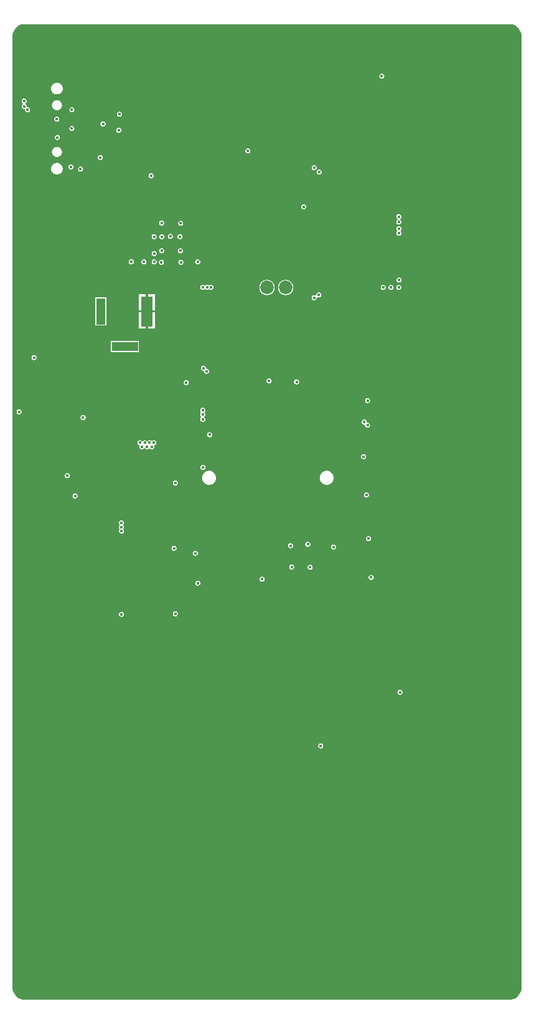
<source format=gbr>
%TF.GenerationSoftware,Altium Limited,Altium Designer,19.1.6 (110)*%
G04 Layer_Physical_Order=5*
G04 Layer_Color=16737945*
%FSLAX26Y26*%
%MOIN*%
%TF.FileFunction,Copper,L5,Inr,Signal*%
%TF.Part,Single*%
G01*
G75*
%TA.AperFunction,ComponentPad*%
%ADD52R,0.139764X0.051181*%
%ADD53R,0.051181X0.139764*%
%ADD54R,0.061024X0.161417*%
%ADD55C,0.072835*%
%TA.AperFunction,ViaPad*%
%ADD57C,0.017716*%
G36*
X2695449Y5231141D02*
X2706856Y5226416D01*
X2717123Y5219556D01*
X2725854Y5210825D01*
X2732715Y5200558D01*
X2737440Y5189151D01*
X2739849Y5177040D01*
Y5170866D01*
Y78740D01*
X2739849Y72566D01*
X2737440Y60455D01*
X2732715Y49046D01*
X2725855Y38779D01*
X2717124Y30047D01*
X2706856Y23186D01*
X2695448Y18460D01*
X2683338Y16051D01*
X2677164Y16051D01*
X2022386Y16058D01*
X1471205Y16056D01*
X72565D01*
X60455Y18465D01*
X49047Y23190D01*
X38781Y30050D01*
X30049Y38781D01*
X23189Y49048D01*
X18464Y60456D01*
X16055Y72566D01*
Y78740D01*
Y5170866D01*
Y5177040D01*
X18464Y5189150D01*
X23189Y5200558D01*
X30049Y5210824D01*
X38780Y5219556D01*
X49047Y5226416D01*
X60455Y5231141D01*
X72566Y5233550D01*
X2683338D01*
X2695449Y5231141D01*
D02*
G37*
%LPC*%
G36*
X1992756Y4968489D02*
X1990979Y4968372D01*
X1989233Y4968025D01*
X1987547Y4967452D01*
X1985950Y4966665D01*
X1984470Y4965676D01*
X1983131Y4964502D01*
X1981957Y4963163D01*
X1980968Y4961683D01*
X1980180Y4960086D01*
X1979608Y4958400D01*
X1979261Y4956654D01*
X1979144Y4954877D01*
X1979261Y4953100D01*
X1979608Y4951354D01*
X1980180Y4949668D01*
X1980968Y4948071D01*
X1981957Y4946591D01*
X1983131Y4945252D01*
X1984470Y4944078D01*
X1985950Y4943089D01*
X1987547Y4942301D01*
X1989233Y4941729D01*
X1990979Y4941382D01*
X1992756Y4941265D01*
X1994533Y4941382D01*
X1996279Y4941729D01*
X1997965Y4942301D01*
X1999562Y4943089D01*
X2001042Y4944078D01*
X2002381Y4945252D01*
X2003555Y4946591D01*
X2004544Y4948071D01*
X2005332Y4949668D01*
X2005904Y4951354D01*
X2006251Y4953100D01*
X2006368Y4954877D01*
X2006251Y4956654D01*
X2005904Y4958400D01*
X2005332Y4960086D01*
X2004544Y4961683D01*
X2003555Y4963163D01*
X2002381Y4964502D01*
X2001042Y4965676D01*
X1999562Y4966665D01*
X1997965Y4967452D01*
X1996279Y4968025D01*
X1994533Y4968372D01*
X1992756Y4968489D01*
D02*
G37*
G36*
X252795Y4920663D02*
X249724Y4920512D01*
X246682Y4920060D01*
X243699Y4919313D01*
X240803Y4918277D01*
X238023Y4916962D01*
X235386Y4915381D01*
X232915Y4913549D01*
X230637Y4911484D01*
X228571Y4909206D01*
X226740Y4906735D01*
X225159Y4904098D01*
X223844Y4901318D01*
X222808Y4898422D01*
X222060Y4895439D01*
X221609Y4892397D01*
X221458Y4889326D01*
X221609Y4886254D01*
X222060Y4883212D01*
X222808Y4880229D01*
X223844Y4877333D01*
X225159Y4874553D01*
X226740Y4871916D01*
X228571Y4869446D01*
X230637Y4867167D01*
X232915Y4865102D01*
X235386Y4863270D01*
X238023Y4861689D01*
X240803Y4860374D01*
X243699Y4859338D01*
X246682Y4858591D01*
X249724Y4858140D01*
X252795Y4857989D01*
X255867Y4858140D01*
X258909Y4858591D01*
X261892Y4859338D01*
X264787Y4860374D01*
X267567Y4861689D01*
X270205Y4863270D01*
X272675Y4865102D01*
X274954Y4867167D01*
X277019Y4869446D01*
X278851Y4871916D01*
X280432Y4874553D01*
X281747Y4877333D01*
X282783Y4880229D01*
X283530Y4883212D01*
X283981Y4886254D01*
X284132Y4889326D01*
X283981Y4892397D01*
X283530Y4895439D01*
X282783Y4898422D01*
X281747Y4901318D01*
X280432Y4904098D01*
X278851Y4906735D01*
X277019Y4909206D01*
X274954Y4911484D01*
X272675Y4913549D01*
X270205Y4915381D01*
X267567Y4916962D01*
X264787Y4918277D01*
X261892Y4919313D01*
X258909Y4920060D01*
X255867Y4920512D01*
X252795Y4920663D01*
D02*
G37*
G36*
Y4826957D02*
X250149Y4826827D01*
X247528Y4826438D01*
X244957Y4825794D01*
X242463Y4824901D01*
X240067Y4823768D01*
X237794Y4822406D01*
X235666Y4820828D01*
X233703Y4819048D01*
X231923Y4817085D01*
X230345Y4814957D01*
X228982Y4812684D01*
X227850Y4810288D01*
X226957Y4807793D01*
X226313Y4805223D01*
X225924Y4802602D01*
X225794Y4799956D01*
X225924Y4797309D01*
X226313Y4794688D01*
X226957Y4792118D01*
X227850Y4789623D01*
X228982Y4787227D01*
X230345Y4784954D01*
X231923Y4782826D01*
X233703Y4780863D01*
X235666Y4779083D01*
X237794Y4777505D01*
X240067Y4776143D01*
X242463Y4775010D01*
X244957Y4774117D01*
X247528Y4773473D01*
X250149Y4773084D01*
X252795Y4772954D01*
X255442Y4773084D01*
X258063Y4773473D01*
X260633Y4774117D01*
X263128Y4775010D01*
X265524Y4776143D01*
X267796Y4777505D01*
X269925Y4779083D01*
X271888Y4780863D01*
X273667Y4782826D01*
X275246Y4784954D01*
X276608Y4787227D01*
X277741Y4789623D01*
X278634Y4792118D01*
X279277Y4794688D01*
X279666Y4797309D01*
X279796Y4799956D01*
X279666Y4802602D01*
X279277Y4805223D01*
X278634Y4807793D01*
X277741Y4810288D01*
X276608Y4812684D01*
X275246Y4814957D01*
X273667Y4817085D01*
X271888Y4819048D01*
X269925Y4820828D01*
X267796Y4822406D01*
X265524Y4823768D01*
X263128Y4824901D01*
X260633Y4825794D01*
X258063Y4826438D01*
X255442Y4826827D01*
X252795Y4826957D01*
D02*
G37*
G36*
X332795Y4788567D02*
X331019Y4788451D01*
X329272Y4788103D01*
X327586Y4787531D01*
X325989Y4786744D01*
X324509Y4785754D01*
X323170Y4784580D01*
X321996Y4783242D01*
X321007Y4781761D01*
X320220Y4780164D01*
X319647Y4778479D01*
X319300Y4776732D01*
X319184Y4774956D01*
X319300Y4773179D01*
X319647Y4771432D01*
X320220Y4769747D01*
X321007Y4768150D01*
X321996Y4766669D01*
X323170Y4765331D01*
X324509Y4764157D01*
X325989Y4763167D01*
X327586Y4762380D01*
X329272Y4761808D01*
X331019Y4761460D01*
X332795Y4761344D01*
X334572Y4761460D01*
X336318Y4761808D01*
X338004Y4762380D01*
X339601Y4763167D01*
X341082Y4764157D01*
X342420Y4765331D01*
X343594Y4766669D01*
X344583Y4768150D01*
X345371Y4769747D01*
X345943Y4771432D01*
X346291Y4773179D01*
X346407Y4774956D01*
X346291Y4776732D01*
X345943Y4778479D01*
X345371Y4780164D01*
X344583Y4781761D01*
X343594Y4783242D01*
X342420Y4784580D01*
X341082Y4785754D01*
X339601Y4786744D01*
X338004Y4787531D01*
X336318Y4788103D01*
X334572Y4788451D01*
X332795Y4788567D01*
D02*
G37*
G36*
X77402Y4835614D02*
X75625Y4835498D01*
X73879Y4835151D01*
X72193Y4834578D01*
X70596Y4833791D01*
X69115Y4832802D01*
X67777Y4831628D01*
X66603Y4830289D01*
X65614Y4828809D01*
X64826Y4827212D01*
X64254Y4825526D01*
X63906Y4823779D01*
X63790Y4822003D01*
X63906Y4820226D01*
X64254Y4818480D01*
X64826Y4816794D01*
X65614Y4815197D01*
X66603Y4813716D01*
X67777Y4812378D01*
X69115Y4811204D01*
X70596Y4810215D01*
X71273Y4809881D01*
X71740Y4807929D01*
Y4807533D01*
X71273Y4805582D01*
X70596Y4805248D01*
X69115Y4804258D01*
X67777Y4803084D01*
X66603Y4801746D01*
X65614Y4800265D01*
X64826Y4798668D01*
X64254Y4796982D01*
X63906Y4795236D01*
X63790Y4793459D01*
X63906Y4791683D01*
X64254Y4789936D01*
X64826Y4788250D01*
X65614Y4786654D01*
X66603Y4785173D01*
X67777Y4783834D01*
X69115Y4782660D01*
X70596Y4781671D01*
X72193Y4780884D01*
X73879Y4780311D01*
X75625Y4779964D01*
X77402Y4779848D01*
X79178Y4779964D01*
X79645Y4779770D01*
X82216Y4777199D01*
X82410Y4776732D01*
X82294Y4774956D01*
X82410Y4773179D01*
X82758Y4771432D01*
X83330Y4769747D01*
X84117Y4768150D01*
X85107Y4766669D01*
X86281Y4765331D01*
X87619Y4764157D01*
X89100Y4763167D01*
X90697Y4762380D01*
X92382Y4761808D01*
X94129Y4761460D01*
X95906Y4761344D01*
X97682Y4761460D01*
X99428Y4761808D01*
X101115Y4762380D01*
X102711Y4763167D01*
X104192Y4764157D01*
X105530Y4765331D01*
X106704Y4766669D01*
X107694Y4768150D01*
X108481Y4769747D01*
X109053Y4771432D01*
X109401Y4773179D01*
X109517Y4774956D01*
X109401Y4776732D01*
X109053Y4778479D01*
X108481Y4780164D01*
X107694Y4781761D01*
X106704Y4783242D01*
X105530Y4784580D01*
X104192Y4785754D01*
X102711Y4786744D01*
X101115Y4787531D01*
X99428Y4788103D01*
X97682Y4788451D01*
X95906Y4788567D01*
X94129Y4788451D01*
X93662Y4788645D01*
X91091Y4791216D01*
X90897Y4791683D01*
X91013Y4793459D01*
X90897Y4795236D01*
X90549Y4796982D01*
X89977Y4798668D01*
X89190Y4800265D01*
X88201Y4801746D01*
X87026Y4803084D01*
X85688Y4804258D01*
X84207Y4805248D01*
X83530Y4805582D01*
X83064Y4807533D01*
Y4807929D01*
X83530Y4809881D01*
X84207Y4810215D01*
X85688Y4811204D01*
X87026Y4812378D01*
X88201Y4813716D01*
X89190Y4815197D01*
X89977Y4816794D01*
X90549Y4818480D01*
X90897Y4820226D01*
X91013Y4822003D01*
X90897Y4823779D01*
X90549Y4825526D01*
X89977Y4827212D01*
X89190Y4828809D01*
X88201Y4830289D01*
X87026Y4831628D01*
X85688Y4832802D01*
X84207Y4833791D01*
X82611Y4834578D01*
X80925Y4835151D01*
X79178Y4835498D01*
X77402Y4835614D01*
D02*
G37*
G36*
X587244Y4764748D02*
X585467Y4764632D01*
X583721Y4764284D01*
X582035Y4763712D01*
X580438Y4762925D01*
X578958Y4761935D01*
X577619Y4760761D01*
X576445Y4759423D01*
X575456Y4757943D01*
X574668Y4756346D01*
X574096Y4754660D01*
X573749Y4752913D01*
X573632Y4751137D01*
X573749Y4749360D01*
X574096Y4747614D01*
X574668Y4745928D01*
X575456Y4744331D01*
X576445Y4742850D01*
X577619Y4741512D01*
X578958Y4740338D01*
X580438Y4739349D01*
X582035Y4738561D01*
X583721Y4737989D01*
X585467Y4737641D01*
X587244Y4737525D01*
X589021Y4737641D01*
X590767Y4737989D01*
X592453Y4738561D01*
X594050Y4739349D01*
X595530Y4740338D01*
X596869Y4741512D01*
X598043Y4742850D01*
X599032Y4744331D01*
X599820Y4745928D01*
X600392Y4747614D01*
X600739Y4749360D01*
X600856Y4751137D01*
X600739Y4752913D01*
X600392Y4754660D01*
X599820Y4756346D01*
X599032Y4757943D01*
X598043Y4759423D01*
X596869Y4760761D01*
X595530Y4761935D01*
X594050Y4762925D01*
X592453Y4763712D01*
X590767Y4764284D01*
X589021Y4764632D01*
X587244Y4764748D01*
D02*
G37*
G36*
X252008Y4738567D02*
X250231Y4738451D01*
X248485Y4738103D01*
X246799Y4737531D01*
X245202Y4736744D01*
X243722Y4735754D01*
X242383Y4734580D01*
X241209Y4733242D01*
X240220Y4731761D01*
X239432Y4730164D01*
X238860Y4728479D01*
X238513Y4726732D01*
X238396Y4724956D01*
X238513Y4723179D01*
X238860Y4721432D01*
X239432Y4719747D01*
X240220Y4718150D01*
X241209Y4716669D01*
X242383Y4715331D01*
X243722Y4714157D01*
X245202Y4713167D01*
X246799Y4712380D01*
X248485Y4711808D01*
X250231Y4711460D01*
X252008Y4711344D01*
X253785Y4711460D01*
X255531Y4711808D01*
X257217Y4712380D01*
X258814Y4713167D01*
X260294Y4714157D01*
X261633Y4715331D01*
X262807Y4716669D01*
X263796Y4718150D01*
X264584Y4719747D01*
X265156Y4721432D01*
X265503Y4723179D01*
X265620Y4724956D01*
X265503Y4726732D01*
X265156Y4728479D01*
X264584Y4730164D01*
X263796Y4731761D01*
X262807Y4733242D01*
X261633Y4734580D01*
X260294Y4735754D01*
X258814Y4736744D01*
X257217Y4737531D01*
X255531Y4738103D01*
X253785Y4738451D01*
X252008Y4738567D01*
D02*
G37*
G36*
X499646Y4712583D02*
X497869Y4712467D01*
X496123Y4712119D01*
X494437Y4711547D01*
X492840Y4710759D01*
X491359Y4709770D01*
X490021Y4708596D01*
X488847Y4707257D01*
X487858Y4705777D01*
X487070Y4704180D01*
X486498Y4702494D01*
X486150Y4700748D01*
X486034Y4698971D01*
X486150Y4697194D01*
X486498Y4695448D01*
X487070Y4693762D01*
X487858Y4692165D01*
X488847Y4690685D01*
X490021Y4689346D01*
X491359Y4688172D01*
X492840Y4687183D01*
X494437Y4686396D01*
X496123Y4685823D01*
X497869Y4685476D01*
X499646Y4685359D01*
X501422Y4685476D01*
X503169Y4685823D01*
X504855Y4686396D01*
X506452Y4687183D01*
X507932Y4688172D01*
X509271Y4689346D01*
X510445Y4690685D01*
X511434Y4692165D01*
X512221Y4693762D01*
X512794Y4695448D01*
X513141Y4697194D01*
X513257Y4698971D01*
X513141Y4700748D01*
X512794Y4702494D01*
X512221Y4704180D01*
X511434Y4705777D01*
X510445Y4707257D01*
X509271Y4708596D01*
X507932Y4709770D01*
X506452Y4710759D01*
X504855Y4711547D01*
X503169Y4712119D01*
X501422Y4712467D01*
X499646Y4712583D01*
D02*
G37*
G36*
X332795Y4688567D02*
X331019Y4688451D01*
X329272Y4688103D01*
X327586Y4687531D01*
X325989Y4686744D01*
X324509Y4685754D01*
X323170Y4684580D01*
X321996Y4683242D01*
X321007Y4681761D01*
X320220Y4680164D01*
X319647Y4678479D01*
X319300Y4676732D01*
X319184Y4674956D01*
X319300Y4673179D01*
X319647Y4671432D01*
X320220Y4669747D01*
X321007Y4668150D01*
X321996Y4666669D01*
X323170Y4665331D01*
X324509Y4664157D01*
X325989Y4663167D01*
X327586Y4662380D01*
X329272Y4661808D01*
X331019Y4661460D01*
X332795Y4661344D01*
X334572Y4661460D01*
X336318Y4661808D01*
X338004Y4662380D01*
X339601Y4663167D01*
X341082Y4664157D01*
X342420Y4665331D01*
X343594Y4666669D01*
X344583Y4668150D01*
X345371Y4669747D01*
X345943Y4671432D01*
X346291Y4673179D01*
X346407Y4674956D01*
X346291Y4676732D01*
X345943Y4678479D01*
X345371Y4680164D01*
X344583Y4681761D01*
X343594Y4683242D01*
X342420Y4684580D01*
X341082Y4685754D01*
X339601Y4686744D01*
X338004Y4687531D01*
X336318Y4688103D01*
X334572Y4688451D01*
X332795Y4688567D01*
D02*
G37*
G36*
X584291Y4679118D02*
X582515Y4679002D01*
X580768Y4678655D01*
X579082Y4678082D01*
X577486Y4677295D01*
X576005Y4676306D01*
X574667Y4675132D01*
X573492Y4673793D01*
X572503Y4672312D01*
X571716Y4670716D01*
X571144Y4669030D01*
X570796Y4667283D01*
X570680Y4665507D01*
X570796Y4663730D01*
X571144Y4661984D01*
X571716Y4660298D01*
X572503Y4658701D01*
X573492Y4657220D01*
X574667Y4655882D01*
X576005Y4654708D01*
X577486Y4653719D01*
X579082Y4652931D01*
X580768Y4652359D01*
X582515Y4652011D01*
X584291Y4651895D01*
X586068Y4652011D01*
X587814Y4652359D01*
X589500Y4652931D01*
X591097Y4653719D01*
X592578Y4654708D01*
X593916Y4655882D01*
X595090Y4657220D01*
X596080Y4658701D01*
X596867Y4660298D01*
X597439Y4661984D01*
X597787Y4663730D01*
X597903Y4665507D01*
X597787Y4667283D01*
X597439Y4669030D01*
X596867Y4670716D01*
X596080Y4672312D01*
X595090Y4673793D01*
X593916Y4675132D01*
X592578Y4676306D01*
X591097Y4677295D01*
X589500Y4678082D01*
X587814Y4678655D01*
X586068Y4679002D01*
X584291Y4679118D01*
D02*
G37*
G36*
X255551Y4640733D02*
X253774Y4640616D01*
X252028Y4640269D01*
X250342Y4639697D01*
X248745Y4638909D01*
X247265Y4637920D01*
X245926Y4636746D01*
X244752Y4635407D01*
X243763Y4633927D01*
X242976Y4632330D01*
X242403Y4630644D01*
X242056Y4628898D01*
X241940Y4627121D01*
X242056Y4625344D01*
X242403Y4623598D01*
X242976Y4621912D01*
X243763Y4620315D01*
X244752Y4618835D01*
X245926Y4617496D01*
X247265Y4616322D01*
X248745Y4615333D01*
X250342Y4614545D01*
X252028Y4613973D01*
X253774Y4613626D01*
X255551Y4613509D01*
X257328Y4613626D01*
X259074Y4613973D01*
X260760Y4614545D01*
X262357Y4615333D01*
X263837Y4616322D01*
X265176Y4617496D01*
X266350Y4618835D01*
X267339Y4620315D01*
X268127Y4621912D01*
X268699Y4623598D01*
X269046Y4625344D01*
X269163Y4627121D01*
X269046Y4628898D01*
X268699Y4630644D01*
X268127Y4632330D01*
X267339Y4633927D01*
X266350Y4635407D01*
X265176Y4636746D01*
X263837Y4637920D01*
X262357Y4638909D01*
X260760Y4639697D01*
X259074Y4640269D01*
X257328Y4640616D01*
X255551Y4640733D01*
D02*
G37*
G36*
X1275000Y4568612D02*
X1273223Y4568495D01*
X1271477Y4568148D01*
X1269791Y4567576D01*
X1268194Y4566788D01*
X1266714Y4565799D01*
X1265375Y4564625D01*
X1264201Y4563286D01*
X1263212Y4561806D01*
X1262424Y4560209D01*
X1261852Y4558523D01*
X1261505Y4556777D01*
X1261388Y4555000D01*
X1261505Y4553223D01*
X1261852Y4551477D01*
X1262424Y4549791D01*
X1263212Y4548194D01*
X1264201Y4546714D01*
X1265375Y4545375D01*
X1266714Y4544201D01*
X1268194Y4543212D01*
X1269791Y4542424D01*
X1271477Y4541852D01*
X1273223Y4541505D01*
X1275000Y4541388D01*
X1276777Y4541505D01*
X1278523Y4541852D01*
X1280209Y4542424D01*
X1281806Y4543212D01*
X1283286Y4544201D01*
X1284625Y4545375D01*
X1285799Y4546714D01*
X1286788Y4548194D01*
X1287576Y4549791D01*
X1288148Y4551477D01*
X1288495Y4553223D01*
X1288612Y4555000D01*
X1288495Y4556777D01*
X1288148Y4558523D01*
X1287576Y4560209D01*
X1286788Y4561806D01*
X1285799Y4563286D01*
X1284625Y4564625D01*
X1283286Y4565799D01*
X1281806Y4566788D01*
X1280209Y4567576D01*
X1278523Y4568148D01*
X1276777Y4568495D01*
X1275000Y4568612D01*
D02*
G37*
G36*
X252795Y4576957D02*
X250149Y4576827D01*
X247528Y4576438D01*
X244957Y4575794D01*
X242463Y4574901D01*
X240067Y4573768D01*
X237794Y4572406D01*
X235666Y4570828D01*
X233703Y4569048D01*
X231923Y4567085D01*
X230345Y4564957D01*
X228982Y4562684D01*
X227850Y4560288D01*
X226957Y4557793D01*
X226313Y4555223D01*
X225924Y4552602D01*
X225794Y4549956D01*
X225924Y4547309D01*
X226313Y4544688D01*
X226957Y4542118D01*
X227850Y4539623D01*
X228982Y4537227D01*
X230345Y4534954D01*
X231923Y4532826D01*
X233703Y4530863D01*
X235666Y4529083D01*
X237794Y4527505D01*
X240067Y4526143D01*
X242463Y4525010D01*
X244957Y4524117D01*
X247528Y4523473D01*
X250149Y4523084D01*
X252795Y4522954D01*
X255442Y4523084D01*
X258063Y4523473D01*
X260633Y4524117D01*
X263128Y4525010D01*
X265524Y4526143D01*
X267796Y4527505D01*
X269925Y4529083D01*
X271888Y4530863D01*
X273667Y4532826D01*
X275246Y4534954D01*
X276608Y4537227D01*
X277741Y4539623D01*
X278634Y4542118D01*
X279277Y4544688D01*
X279666Y4547309D01*
X279796Y4549956D01*
X279666Y4552602D01*
X279277Y4555223D01*
X278634Y4557793D01*
X277741Y4560288D01*
X276608Y4562684D01*
X275246Y4564957D01*
X273667Y4567085D01*
X271888Y4569048D01*
X269925Y4570828D01*
X267796Y4572406D01*
X265524Y4573768D01*
X263128Y4574901D01*
X260633Y4575794D01*
X258063Y4576438D01*
X255442Y4576827D01*
X252795Y4576957D01*
D02*
G37*
G36*
X485000Y4533612D02*
X483223Y4533495D01*
X481477Y4533148D01*
X479791Y4532576D01*
X478194Y4531788D01*
X476714Y4530799D01*
X475375Y4529625D01*
X474201Y4528286D01*
X473212Y4526806D01*
X472424Y4525209D01*
X471852Y4523523D01*
X471505Y4521777D01*
X471388Y4520000D01*
X471505Y4518223D01*
X471852Y4516477D01*
X472424Y4514791D01*
X473212Y4513194D01*
X474201Y4511714D01*
X475375Y4510375D01*
X476714Y4509201D01*
X478194Y4508212D01*
X479791Y4507424D01*
X481477Y4506852D01*
X483223Y4506505D01*
X485000Y4506388D01*
X486777Y4506505D01*
X488523Y4506852D01*
X490209Y4507424D01*
X491806Y4508212D01*
X493286Y4509201D01*
X494625Y4510375D01*
X495799Y4511714D01*
X496788Y4513194D01*
X497576Y4514791D01*
X498148Y4516477D01*
X498495Y4518223D01*
X498612Y4520000D01*
X498495Y4521777D01*
X498148Y4523523D01*
X497576Y4525209D01*
X496788Y4526806D01*
X495799Y4528286D01*
X494625Y4529625D01*
X493286Y4530799D01*
X491806Y4531788D01*
X490209Y4532576D01*
X488523Y4533148D01*
X486777Y4533495D01*
X485000Y4533612D01*
D02*
G37*
G36*
X328386Y4483252D02*
X326609Y4483136D01*
X324863Y4482788D01*
X323177Y4482216D01*
X321580Y4481429D01*
X320100Y4480439D01*
X318761Y4479265D01*
X317587Y4477927D01*
X316598Y4476446D01*
X315810Y4474850D01*
X315238Y4473163D01*
X314891Y4471417D01*
X314774Y4469641D01*
X314891Y4467864D01*
X315238Y4466118D01*
X315810Y4464431D01*
X316598Y4462835D01*
X317587Y4461354D01*
X318761Y4460016D01*
X320100Y4458842D01*
X321580Y4457852D01*
X323177Y4457065D01*
X324863Y4456493D01*
X326609Y4456145D01*
X328386Y4456029D01*
X330163Y4456145D01*
X331909Y4456493D01*
X333595Y4457065D01*
X335192Y4457852D01*
X336672Y4458842D01*
X338011Y4460016D01*
X339185Y4461354D01*
X340174Y4462835D01*
X340962Y4464431D01*
X341534Y4466118D01*
X341881Y4467864D01*
X341998Y4469641D01*
X341881Y4471417D01*
X341534Y4473163D01*
X340962Y4474850D01*
X340174Y4476446D01*
X339185Y4477927D01*
X338011Y4479265D01*
X336672Y4480439D01*
X335192Y4481429D01*
X333595Y4482216D01*
X331909Y4482788D01*
X330163Y4483136D01*
X328386Y4483252D01*
D02*
G37*
G36*
X1630000Y4478612D02*
X1628223Y4478495D01*
X1626477Y4478148D01*
X1624791Y4477576D01*
X1623194Y4476788D01*
X1621714Y4475799D01*
X1620375Y4474625D01*
X1619201Y4473286D01*
X1618212Y4471806D01*
X1617424Y4470209D01*
X1616852Y4468523D01*
X1616505Y4466777D01*
X1616388Y4465000D01*
X1616505Y4463223D01*
X1616852Y4461477D01*
X1617424Y4459791D01*
X1618212Y4458194D01*
X1619201Y4456714D01*
X1620375Y4455375D01*
X1621714Y4454201D01*
X1623194Y4453212D01*
X1624791Y4452424D01*
X1626477Y4451852D01*
X1628223Y4451505D01*
X1630000Y4451388D01*
X1631777Y4451505D01*
X1633523Y4451852D01*
X1635209Y4452424D01*
X1636806Y4453212D01*
X1638286Y4454201D01*
X1639625Y4455375D01*
X1640799Y4456714D01*
X1641788Y4458194D01*
X1642576Y4459791D01*
X1643148Y4461477D01*
X1643495Y4463223D01*
X1643612Y4465000D01*
X1643495Y4466777D01*
X1643148Y4468523D01*
X1642576Y4470209D01*
X1641788Y4471806D01*
X1640799Y4473286D01*
X1639625Y4474625D01*
X1638286Y4475799D01*
X1636806Y4476788D01*
X1635209Y4477576D01*
X1633523Y4478148D01*
X1631777Y4478495D01*
X1630000Y4478612D01*
D02*
G37*
G36*
X379567Y4471441D02*
X377790Y4471325D01*
X376044Y4470977D01*
X374358Y4470405D01*
X372761Y4469618D01*
X371281Y4468628D01*
X369942Y4467454D01*
X368768Y4466116D01*
X367779Y4464635D01*
X366991Y4463038D01*
X366419Y4461352D01*
X366072Y4459606D01*
X365955Y4457829D01*
X366072Y4456053D01*
X366419Y4454306D01*
X366991Y4452620D01*
X367779Y4451024D01*
X368768Y4449543D01*
X369942Y4448205D01*
X371281Y4447031D01*
X372761Y4446041D01*
X374358Y4445254D01*
X376044Y4444682D01*
X377790Y4444334D01*
X379567Y4444218D01*
X381344Y4444334D01*
X383090Y4444682D01*
X384776Y4445254D01*
X386373Y4446041D01*
X387853Y4447031D01*
X389192Y4448205D01*
X390366Y4449543D01*
X391355Y4451024D01*
X392143Y4452620D01*
X392715Y4454306D01*
X393062Y4456053D01*
X393179Y4457829D01*
X393062Y4459606D01*
X392715Y4461352D01*
X392143Y4463038D01*
X391355Y4464635D01*
X390366Y4466116D01*
X389192Y4467454D01*
X387853Y4468628D01*
X386373Y4469618D01*
X384776Y4470405D01*
X383090Y4470977D01*
X381344Y4471325D01*
X379567Y4471441D01*
D02*
G37*
G36*
X252795Y4491922D02*
X249724Y4491771D01*
X246682Y4491320D01*
X243699Y4490573D01*
X240803Y4489537D01*
X238023Y4488222D01*
X235386Y4486641D01*
X232915Y4484809D01*
X230637Y4482744D01*
X228571Y4480465D01*
X226740Y4477995D01*
X225159Y4475358D01*
X223844Y4472578D01*
X222808Y4469682D01*
X222060Y4466699D01*
X221609Y4463657D01*
X221458Y4460585D01*
X221609Y4457514D01*
X222060Y4454472D01*
X222808Y4451489D01*
X223844Y4448593D01*
X225159Y4445813D01*
X226740Y4443176D01*
X228571Y4440706D01*
X230637Y4438427D01*
X232915Y4436362D01*
X235386Y4434530D01*
X238023Y4432949D01*
X240803Y4431634D01*
X243699Y4430598D01*
X246682Y4429851D01*
X249724Y4429399D01*
X252795Y4429248D01*
X255867Y4429399D01*
X258909Y4429851D01*
X261892Y4430598D01*
X264787Y4431634D01*
X267567Y4432949D01*
X270205Y4434530D01*
X272675Y4436362D01*
X274954Y4438427D01*
X277019Y4440706D01*
X278851Y4443176D01*
X280432Y4445813D01*
X281747Y4448593D01*
X282783Y4451489D01*
X283530Y4454472D01*
X283981Y4457514D01*
X284132Y4460585D01*
X283981Y4463657D01*
X283530Y4466699D01*
X282783Y4469682D01*
X281747Y4472578D01*
X280432Y4475358D01*
X278851Y4477995D01*
X277019Y4480465D01*
X274954Y4482744D01*
X272675Y4484809D01*
X270205Y4486641D01*
X267567Y4488222D01*
X264787Y4489537D01*
X261892Y4490573D01*
X258909Y4491320D01*
X255867Y4491771D01*
X252795Y4491922D01*
D02*
G37*
G36*
X1656747Y4455359D02*
X1654970Y4455242D01*
X1653224Y4454895D01*
X1651538Y4454322D01*
X1649941Y4453535D01*
X1648460Y4452546D01*
X1647122Y4451372D01*
X1645948Y4450033D01*
X1644959Y4448553D01*
X1644171Y4446956D01*
X1643599Y4445270D01*
X1643252Y4443524D01*
X1643135Y4441747D01*
X1643252Y4439970D01*
X1643599Y4438224D01*
X1644171Y4436538D01*
X1644959Y4434941D01*
X1645948Y4433461D01*
X1647122Y4432122D01*
X1648460Y4430948D01*
X1649941Y4429959D01*
X1651538Y4429171D01*
X1653224Y4428599D01*
X1654970Y4428252D01*
X1656747Y4428135D01*
X1658524Y4428252D01*
X1660270Y4428599D01*
X1661956Y4429171D01*
X1663553Y4429959D01*
X1665033Y4430948D01*
X1666372Y4432122D01*
X1667546Y4433461D01*
X1668535Y4434941D01*
X1669322Y4436538D01*
X1669895Y4438224D01*
X1670242Y4439970D01*
X1670359Y4441747D01*
X1670242Y4443524D01*
X1669895Y4445270D01*
X1669322Y4446956D01*
X1668535Y4448553D01*
X1667546Y4450033D01*
X1666372Y4451372D01*
X1665033Y4452546D01*
X1663553Y4453535D01*
X1661956Y4454322D01*
X1660270Y4454895D01*
X1658524Y4455242D01*
X1656747Y4455359D01*
D02*
G37*
G36*
X756535Y4436008D02*
X754759Y4435892D01*
X753013Y4435544D01*
X751327Y4434972D01*
X749730Y4434185D01*
X748249Y4433195D01*
X746911Y4432021D01*
X745737Y4430683D01*
X744747Y4429202D01*
X743960Y4427605D01*
X743388Y4425919D01*
X743040Y4424173D01*
X742924Y4422396D01*
X743040Y4420620D01*
X743388Y4418873D01*
X743960Y4417187D01*
X744747Y4415591D01*
X745737Y4414110D01*
X746911Y4412771D01*
X748249Y4411597D01*
X749730Y4410608D01*
X751327Y4409821D01*
X753013Y4409248D01*
X754759Y4408901D01*
X756535Y4408785D01*
X758312Y4408901D01*
X760058Y4409248D01*
X761745Y4409821D01*
X763341Y4410608D01*
X764822Y4411597D01*
X766160Y4412771D01*
X767334Y4414110D01*
X768324Y4415591D01*
X769111Y4417187D01*
X769683Y4418873D01*
X770031Y4420620D01*
X770147Y4422396D01*
X770031Y4424173D01*
X769683Y4425919D01*
X769111Y4427605D01*
X768324Y4429202D01*
X767334Y4430683D01*
X766160Y4432021D01*
X764822Y4433195D01*
X763341Y4434185D01*
X761745Y4434972D01*
X760058Y4435544D01*
X758312Y4435892D01*
X756535Y4436008D01*
D02*
G37*
G36*
X1574023Y4269661D02*
X1572246Y4269545D01*
X1570500Y4269197D01*
X1568814Y4268625D01*
X1567217Y4267837D01*
X1565737Y4266848D01*
X1564398Y4265674D01*
X1563224Y4264336D01*
X1562235Y4262855D01*
X1561447Y4261258D01*
X1560875Y4259572D01*
X1560528Y4257826D01*
X1560411Y4256049D01*
X1560528Y4254273D01*
X1560875Y4252526D01*
X1561447Y4250840D01*
X1562235Y4249243D01*
X1563224Y4247763D01*
X1564398Y4246424D01*
X1565737Y4245250D01*
X1567217Y4244261D01*
X1568814Y4243474D01*
X1570500Y4242901D01*
X1572246Y4242554D01*
X1574023Y4242438D01*
X1575800Y4242554D01*
X1577546Y4242901D01*
X1579232Y4243474D01*
X1580829Y4244261D01*
X1582309Y4245250D01*
X1583648Y4246424D01*
X1584822Y4247763D01*
X1585811Y4249243D01*
X1586599Y4250840D01*
X1587171Y4252526D01*
X1587518Y4254273D01*
X1587635Y4256049D01*
X1587518Y4257826D01*
X1587171Y4259572D01*
X1586599Y4261258D01*
X1585811Y4262855D01*
X1584822Y4264336D01*
X1583648Y4265674D01*
X1582309Y4266848D01*
X1580829Y4267837D01*
X1579232Y4268625D01*
X1577546Y4269197D01*
X1575800Y4269545D01*
X1574023Y4269661D01*
D02*
G37*
G36*
X2084291Y4217504D02*
X2082515Y4217388D01*
X2080768Y4217040D01*
X2079082Y4216468D01*
X2077486Y4215681D01*
X2076005Y4214691D01*
X2074666Y4213517D01*
X2073492Y4212179D01*
X2072503Y4210698D01*
X2071716Y4209101D01*
X2071144Y4207416D01*
X2070796Y4205669D01*
X2070680Y4203892D01*
X2070796Y4202116D01*
X2071144Y4200369D01*
X2071716Y4198684D01*
X2072503Y4197087D01*
X2073492Y4195606D01*
X2074666Y4194268D01*
X2076005Y4193094D01*
X2077486Y4192104D01*
X2078163Y4191770D01*
X2078630Y4189819D01*
Y4189423D01*
X2078163Y4187471D01*
X2077486Y4187137D01*
X2076005Y4186148D01*
X2074666Y4184974D01*
X2073492Y4183636D01*
X2072503Y4182155D01*
X2071716Y4180558D01*
X2071144Y4178872D01*
X2070796Y4177126D01*
X2070680Y4175349D01*
X2070796Y4173573D01*
X2071144Y4171826D01*
X2071716Y4170140D01*
X2072503Y4168543D01*
X2073492Y4167063D01*
X2074666Y4165724D01*
X2076005Y4164550D01*
X2077486Y4163561D01*
X2079082Y4162774D01*
X2080768Y4162201D01*
X2082515Y4161854D01*
X2084291Y4161738D01*
X2086068Y4161854D01*
X2087814Y4162201D01*
X2089500Y4162774D01*
X2091097Y4163561D01*
X2092578Y4164550D01*
X2093916Y4165724D01*
X2095090Y4167063D01*
X2096079Y4168543D01*
X2096867Y4170140D01*
X2097439Y4171826D01*
X2097787Y4173573D01*
X2097903Y4175349D01*
X2097787Y4177126D01*
X2097439Y4178872D01*
X2096867Y4180558D01*
X2096079Y4182155D01*
X2095090Y4183636D01*
X2093916Y4184974D01*
X2092578Y4186148D01*
X2091097Y4187137D01*
X2090420Y4187471D01*
X2089953Y4189423D01*
Y4189819D01*
X2090420Y4191770D01*
X2091097Y4192104D01*
X2092578Y4193094D01*
X2093916Y4194268D01*
X2095090Y4195606D01*
X2096079Y4197087D01*
X2096867Y4198684D01*
X2097439Y4200369D01*
X2097787Y4202116D01*
X2097903Y4203892D01*
X2097787Y4205669D01*
X2097439Y4207416D01*
X2096867Y4209101D01*
X2096079Y4210698D01*
X2095090Y4212179D01*
X2093916Y4213517D01*
X2092578Y4214691D01*
X2091097Y4215681D01*
X2089500Y4216468D01*
X2087814Y4217040D01*
X2086068Y4217388D01*
X2084291Y4217504D01*
D02*
G37*
G36*
X813622Y4183055D02*
X811845Y4182939D01*
X810099Y4182592D01*
X808413Y4182019D01*
X806816Y4181232D01*
X805336Y4180243D01*
X803997Y4179069D01*
X802823Y4177730D01*
X801834Y4176249D01*
X801047Y4174653D01*
X800474Y4172967D01*
X800127Y4171220D01*
X800010Y4169444D01*
X800127Y4167667D01*
X800474Y4165921D01*
X801047Y4164235D01*
X801834Y4162638D01*
X802823Y4161157D01*
X803997Y4159819D01*
X805336Y4158645D01*
X806816Y4157656D01*
X808413Y4156868D01*
X810099Y4156296D01*
X811845Y4155948D01*
X813622Y4155832D01*
X815399Y4155948D01*
X817145Y4156296D01*
X818831Y4156868D01*
X820428Y4157656D01*
X821908Y4158645D01*
X823247Y4159819D01*
X824421Y4161157D01*
X825410Y4162638D01*
X826198Y4164235D01*
X826770Y4165921D01*
X827117Y4167667D01*
X827234Y4169444D01*
X827117Y4171220D01*
X826770Y4172967D01*
X826198Y4174653D01*
X825410Y4176249D01*
X824421Y4177730D01*
X823247Y4179069D01*
X821908Y4180243D01*
X820428Y4181232D01*
X818831Y4182019D01*
X817145Y4182592D01*
X815399Y4182939D01*
X813622Y4183055D01*
D02*
G37*
G36*
X915984Y4182071D02*
X914208Y4181955D01*
X912461Y4181607D01*
X910775Y4181035D01*
X909178Y4180248D01*
X907698Y4179258D01*
X906359Y4178084D01*
X905185Y4176746D01*
X904196Y4175265D01*
X903409Y4173668D01*
X902836Y4171982D01*
X902489Y4170236D01*
X902373Y4168459D01*
X902489Y4166683D01*
X902836Y4164936D01*
X903409Y4163250D01*
X904196Y4161654D01*
X905185Y4160173D01*
X906359Y4158834D01*
X907698Y4157660D01*
X909178Y4156671D01*
X910775Y4155884D01*
X912461Y4155311D01*
X914208Y4154964D01*
X915984Y4154848D01*
X917761Y4154964D01*
X919507Y4155311D01*
X921193Y4155884D01*
X922790Y4156671D01*
X924271Y4157660D01*
X925609Y4158834D01*
X926783Y4160173D01*
X927772Y4161654D01*
X928560Y4163250D01*
X929132Y4164936D01*
X929480Y4166683D01*
X929596Y4168459D01*
X929480Y4170236D01*
X929132Y4171982D01*
X928560Y4173668D01*
X927772Y4175265D01*
X926783Y4176746D01*
X925609Y4178084D01*
X924271Y4179258D01*
X922790Y4180248D01*
X921193Y4181035D01*
X919507Y4181607D01*
X917761Y4181955D01*
X915984Y4182071D01*
D02*
G37*
G36*
X2084291Y4152544D02*
X2082515Y4152427D01*
X2080768Y4152080D01*
X2079082Y4151507D01*
X2077486Y4150720D01*
X2076005Y4149731D01*
X2074666Y4148557D01*
X2073492Y4147218D01*
X2072503Y4145738D01*
X2071716Y4144141D01*
X2071144Y4142455D01*
X2070796Y4140709D01*
X2070680Y4138932D01*
X2070796Y4137155D01*
X2071144Y4135409D01*
X2071716Y4133723D01*
X2072503Y4132126D01*
X2073492Y4130646D01*
X2074666Y4129307D01*
X2074888Y4129113D01*
X2075321Y4127568D01*
Y4125690D01*
X2074888Y4124145D01*
X2074666Y4123950D01*
X2073492Y4122612D01*
X2072503Y4121132D01*
X2071716Y4119535D01*
X2071144Y4117849D01*
X2070796Y4116102D01*
X2070680Y4114326D01*
X2070796Y4112549D01*
X2071144Y4110803D01*
X2071716Y4109117D01*
X2072503Y4107520D01*
X2073492Y4106039D01*
X2074666Y4104701D01*
X2076005Y4103527D01*
X2077486Y4102538D01*
X2079082Y4101750D01*
X2080768Y4101178D01*
X2082515Y4100830D01*
X2084291Y4100714D01*
X2086068Y4100830D01*
X2087814Y4101178D01*
X2089500Y4101750D01*
X2091097Y4102538D01*
X2092578Y4103527D01*
X2093916Y4104701D01*
X2095090Y4106039D01*
X2096079Y4107520D01*
X2096867Y4109117D01*
X2097439Y4110803D01*
X2097787Y4112549D01*
X2097903Y4114326D01*
X2097787Y4116102D01*
X2097439Y4117849D01*
X2096867Y4119535D01*
X2096079Y4121132D01*
X2095090Y4122612D01*
X2093916Y4123950D01*
X2093695Y4124145D01*
X2093262Y4125690D01*
Y4127568D01*
X2093695Y4129113D01*
X2093916Y4129307D01*
X2095090Y4130646D01*
X2096079Y4132126D01*
X2096867Y4133723D01*
X2097439Y4135409D01*
X2097787Y4137155D01*
X2097903Y4138932D01*
X2097787Y4140709D01*
X2097439Y4142455D01*
X2096867Y4144141D01*
X2096079Y4145738D01*
X2095090Y4147218D01*
X2093916Y4148557D01*
X2092578Y4149731D01*
X2091097Y4150720D01*
X2089500Y4151507D01*
X2087814Y4152080D01*
X2086068Y4152427D01*
X2084291Y4152544D01*
D02*
G37*
G36*
X859882Y4111205D02*
X858105Y4111089D01*
X856359Y4110741D01*
X854673Y4110169D01*
X853076Y4109381D01*
X851596Y4108392D01*
X850257Y4107218D01*
X849083Y4105880D01*
X848094Y4104399D01*
X847306Y4102802D01*
X846734Y4101116D01*
X846387Y4099370D01*
X846270Y4097593D01*
X846387Y4095817D01*
X846734Y4094070D01*
X847306Y4092384D01*
X848094Y4090787D01*
X849083Y4089307D01*
X850257Y4087968D01*
X851596Y4086794D01*
X853076Y4085805D01*
X854673Y4085018D01*
X856359Y4084445D01*
X858105Y4084098D01*
X859882Y4083982D01*
X861659Y4084098D01*
X863405Y4084445D01*
X865091Y4085018D01*
X866688Y4085805D01*
X868168Y4086794D01*
X869507Y4087968D01*
X870681Y4089307D01*
X871670Y4090787D01*
X872457Y4092384D01*
X873030Y4094070D01*
X873377Y4095817D01*
X873494Y4097593D01*
X873377Y4099370D01*
X873030Y4101116D01*
X872457Y4102802D01*
X871670Y4104399D01*
X870681Y4105880D01*
X869507Y4107218D01*
X868168Y4108392D01*
X866688Y4109381D01*
X865091Y4110169D01*
X863405Y4110741D01*
X861659Y4111089D01*
X859882Y4111205D01*
D02*
G37*
G36*
X912047Y4110221D02*
X910271Y4110104D01*
X908524Y4109757D01*
X906838Y4109185D01*
X905241Y4108397D01*
X903761Y4107408D01*
X902422Y4106234D01*
X901248Y4104895D01*
X900259Y4103415D01*
X899472Y4101818D01*
X898899Y4100132D01*
X898552Y4098386D01*
X898436Y4096609D01*
X898552Y4094832D01*
X898899Y4093086D01*
X899472Y4091400D01*
X900259Y4089803D01*
X901248Y4088323D01*
X902422Y4086984D01*
X903761Y4085810D01*
X905241Y4084821D01*
X906838Y4084033D01*
X908524Y4083461D01*
X910271Y4083114D01*
X912047Y4082997D01*
X913824Y4083114D01*
X915570Y4083461D01*
X917256Y4084033D01*
X918853Y4084821D01*
X920334Y4085810D01*
X921672Y4086984D01*
X922846Y4088323D01*
X923835Y4089803D01*
X924623Y4091400D01*
X925195Y4093086D01*
X925543Y4094832D01*
X925659Y4096609D01*
X925543Y4098386D01*
X925195Y4100132D01*
X924623Y4101818D01*
X923835Y4103415D01*
X922846Y4104895D01*
X921672Y4106234D01*
X920334Y4107408D01*
X918853Y4108397D01*
X917256Y4109185D01*
X915570Y4109757D01*
X913824Y4110104D01*
X912047Y4110221D01*
D02*
G37*
G36*
X814606D02*
X812830Y4110104D01*
X811083Y4109757D01*
X809397Y4109185D01*
X807800Y4108397D01*
X806320Y4107408D01*
X804981Y4106234D01*
X803807Y4104895D01*
X802818Y4103415D01*
X802031Y4101818D01*
X801458Y4100132D01*
X801111Y4098386D01*
X800995Y4096609D01*
X801111Y4094832D01*
X801458Y4093086D01*
X802031Y4091400D01*
X802818Y4089803D01*
X803807Y4088323D01*
X804981Y4086984D01*
X806320Y4085810D01*
X807800Y4084821D01*
X809397Y4084033D01*
X811083Y4083461D01*
X812830Y4083114D01*
X814606Y4082997D01*
X816383Y4083114D01*
X818129Y4083461D01*
X819815Y4084033D01*
X821412Y4084821D01*
X822893Y4085810D01*
X824231Y4086984D01*
X825405Y4088323D01*
X826394Y4089803D01*
X827182Y4091400D01*
X827754Y4093086D01*
X828102Y4094832D01*
X828218Y4096609D01*
X828102Y4098386D01*
X827754Y4100132D01*
X827182Y4101818D01*
X826394Y4103415D01*
X825405Y4104895D01*
X824231Y4106234D01*
X822893Y4107408D01*
X821412Y4108397D01*
X819815Y4109185D01*
X818129Y4109757D01*
X816383Y4110104D01*
X814606Y4110221D01*
D02*
G37*
G36*
X773268D02*
X771491Y4110104D01*
X769745Y4109757D01*
X768059Y4109185D01*
X766462Y4108397D01*
X764981Y4107408D01*
X763643Y4106234D01*
X762469Y4104895D01*
X761480Y4103415D01*
X760692Y4101818D01*
X760120Y4100132D01*
X759772Y4098386D01*
X759656Y4096609D01*
X759772Y4094832D01*
X760120Y4093086D01*
X760692Y4091400D01*
X761480Y4089803D01*
X762469Y4088323D01*
X763643Y4086984D01*
X764981Y4085810D01*
X766462Y4084821D01*
X768059Y4084033D01*
X769745Y4083461D01*
X771491Y4083114D01*
X773268Y4082997D01*
X775044Y4083114D01*
X776791Y4083461D01*
X778477Y4084033D01*
X780074Y4084821D01*
X781554Y4085810D01*
X782893Y4086984D01*
X784067Y4088323D01*
X785056Y4089803D01*
X785843Y4091400D01*
X786416Y4093086D01*
X786763Y4094832D01*
X786879Y4096609D01*
X786763Y4098386D01*
X786416Y4100132D01*
X785843Y4101818D01*
X785056Y4103415D01*
X784067Y4104895D01*
X782893Y4106234D01*
X781554Y4107408D01*
X780074Y4108397D01*
X778477Y4109185D01*
X776791Y4109757D01*
X775044Y4110104D01*
X773268Y4110221D01*
D02*
G37*
G36*
X914016Y4034433D02*
X912239Y4034317D01*
X910493Y4033970D01*
X908807Y4033397D01*
X907210Y4032610D01*
X905730Y4031620D01*
X904391Y4030447D01*
X903217Y4029108D01*
X902228Y4027628D01*
X901440Y4026031D01*
X900868Y4024345D01*
X900520Y4022598D01*
X900404Y4020822D01*
X900520Y4019045D01*
X900868Y4017299D01*
X901440Y4015613D01*
X902228Y4014016D01*
X903217Y4012535D01*
X904391Y4011197D01*
X905730Y4010023D01*
X907210Y4009034D01*
X908807Y4008246D01*
X910493Y4007674D01*
X912239Y4007326D01*
X914016Y4007210D01*
X915793Y4007326D01*
X917539Y4007674D01*
X919225Y4008246D01*
X920822Y4009034D01*
X922302Y4010023D01*
X923641Y4011197D01*
X924815Y4012535D01*
X925804Y4014016D01*
X926591Y4015613D01*
X927164Y4017299D01*
X927511Y4019045D01*
X927628Y4020822D01*
X927511Y4022598D01*
X927164Y4024345D01*
X926591Y4026031D01*
X925804Y4027628D01*
X924815Y4029108D01*
X923641Y4030447D01*
X922302Y4031620D01*
X920822Y4032610D01*
X919225Y4033397D01*
X917539Y4033970D01*
X915793Y4034317D01*
X914016Y4034433D01*
D02*
G37*
G36*
X813622D02*
X811845Y4034317D01*
X810099Y4033970D01*
X808413Y4033397D01*
X806816Y4032610D01*
X805336Y4031620D01*
X803997Y4030447D01*
X802823Y4029108D01*
X801834Y4027628D01*
X801047Y4026031D01*
X800474Y4024345D01*
X800127Y4022598D01*
X800010Y4020822D01*
X800127Y4019045D01*
X800474Y4017299D01*
X801047Y4015613D01*
X801834Y4014016D01*
X802823Y4012535D01*
X803997Y4011197D01*
X805336Y4010023D01*
X806816Y4009034D01*
X808413Y4008246D01*
X810099Y4007674D01*
X811845Y4007326D01*
X813622Y4007210D01*
X815399Y4007326D01*
X817145Y4007674D01*
X818831Y4008246D01*
X820428Y4009034D01*
X821908Y4010023D01*
X823247Y4011197D01*
X824421Y4012535D01*
X825410Y4014016D01*
X826198Y4015613D01*
X826770Y4017299D01*
X827117Y4019045D01*
X827234Y4020822D01*
X827117Y4022598D01*
X826770Y4024345D01*
X826198Y4026031D01*
X825410Y4027628D01*
X824421Y4029108D01*
X823247Y4030447D01*
X821908Y4031620D01*
X820428Y4032610D01*
X818831Y4033397D01*
X817145Y4033970D01*
X815399Y4034317D01*
X813622Y4034433D01*
D02*
G37*
G36*
X773268Y4019670D02*
X771491Y4019553D01*
X769745Y4019206D01*
X768059Y4018633D01*
X766462Y4017846D01*
X764981Y4016857D01*
X763643Y4015683D01*
X762469Y4014344D01*
X761480Y4012864D01*
X760692Y4011267D01*
X760120Y4009581D01*
X759772Y4007835D01*
X759656Y4006058D01*
X759772Y4004281D01*
X760120Y4002535D01*
X760692Y4000849D01*
X761480Y3999252D01*
X762469Y3997772D01*
X763643Y3996433D01*
X764981Y3995259D01*
X766462Y3994270D01*
X768059Y3993482D01*
X769745Y3992910D01*
X771491Y3992563D01*
X773268Y3992446D01*
X775044Y3992563D01*
X776791Y3992910D01*
X778477Y3993482D01*
X780074Y3994270D01*
X781554Y3995259D01*
X782893Y3996433D01*
X784067Y3997772D01*
X785056Y3999252D01*
X785843Y4000849D01*
X786416Y4002535D01*
X786763Y4004281D01*
X786879Y4006058D01*
X786763Y4007835D01*
X786416Y4009581D01*
X785843Y4011267D01*
X785056Y4012864D01*
X784067Y4014344D01*
X782893Y4015683D01*
X781554Y4016857D01*
X780074Y4017846D01*
X778477Y4018633D01*
X776791Y4019206D01*
X775044Y4019553D01*
X773268Y4019670D01*
D02*
G37*
G36*
X1006535Y3975378D02*
X1004759Y3975262D01*
X1003013Y3974914D01*
X1001327Y3974342D01*
X999730Y3973555D01*
X998249Y3972565D01*
X996911Y3971391D01*
X995737Y3970053D01*
X994747Y3968572D01*
X993960Y3966976D01*
X993388Y3965289D01*
X993040Y3963543D01*
X992924Y3961767D01*
X993040Y3959990D01*
X993388Y3958244D01*
X993960Y3956557D01*
X994747Y3954961D01*
X995737Y3953480D01*
X996911Y3952142D01*
X998249Y3950968D01*
X999730Y3949978D01*
X1001327Y3949191D01*
X1003013Y3948619D01*
X1004759Y3948271D01*
X1006535Y3948155D01*
X1008312Y3948271D01*
X1010058Y3948619D01*
X1011745Y3949191D01*
X1013341Y3949978D01*
X1014822Y3950968D01*
X1016160Y3952142D01*
X1017334Y3953480D01*
X1018324Y3954961D01*
X1019111Y3956557D01*
X1019683Y3958244D01*
X1020031Y3959990D01*
X1020147Y3961767D01*
X1020031Y3963543D01*
X1019683Y3965289D01*
X1019111Y3966976D01*
X1018324Y3968572D01*
X1017334Y3970053D01*
X1016160Y3971391D01*
X1014822Y3972565D01*
X1013341Y3973555D01*
X1011745Y3974342D01*
X1010058Y3974914D01*
X1008312Y3975262D01*
X1006535Y3975378D01*
D02*
G37*
G36*
X773268D02*
X771491Y3975262D01*
X769745Y3974914D01*
X768059Y3974342D01*
X766462Y3973555D01*
X764981Y3972565D01*
X763643Y3971391D01*
X762469Y3970053D01*
X761480Y3968572D01*
X760692Y3966976D01*
X760120Y3965289D01*
X759772Y3963543D01*
X759656Y3961767D01*
X759772Y3959990D01*
X760120Y3958244D01*
X760692Y3956557D01*
X761480Y3954961D01*
X762469Y3953480D01*
X763643Y3952142D01*
X764981Y3950968D01*
X766462Y3949978D01*
X768059Y3949191D01*
X769745Y3948619D01*
X771491Y3948271D01*
X773268Y3948155D01*
X775044Y3948271D01*
X776791Y3948619D01*
X778477Y3949191D01*
X780073Y3949978D01*
X781554Y3950968D01*
X782893Y3952142D01*
X784067Y3953480D01*
X785056Y3954961D01*
X785843Y3956557D01*
X786415Y3958244D01*
X786763Y3959990D01*
X786879Y3961767D01*
X786763Y3963543D01*
X786415Y3965289D01*
X785843Y3966976D01*
X785056Y3968572D01*
X784067Y3970053D01*
X782893Y3971391D01*
X781554Y3972565D01*
X780073Y3973555D01*
X778477Y3974342D01*
X776791Y3974914D01*
X775044Y3975262D01*
X773268Y3975378D01*
D02*
G37*
G36*
X719134D02*
X717357Y3975262D01*
X715611Y3974914D01*
X713925Y3974342D01*
X712328Y3973555D01*
X710848Y3972565D01*
X709509Y3971391D01*
X708335Y3970053D01*
X707346Y3968572D01*
X706558Y3966976D01*
X705986Y3965289D01*
X705639Y3963543D01*
X705522Y3961767D01*
X705639Y3959990D01*
X705986Y3958244D01*
X706558Y3956557D01*
X707346Y3954961D01*
X708335Y3953480D01*
X709509Y3952142D01*
X710848Y3950968D01*
X712328Y3949978D01*
X713925Y3949191D01*
X715611Y3948619D01*
X717357Y3948271D01*
X719134Y3948155D01*
X720911Y3948271D01*
X722657Y3948619D01*
X724343Y3949191D01*
X725940Y3949978D01*
X727420Y3950968D01*
X728759Y3952142D01*
X729933Y3953480D01*
X730922Y3954961D01*
X731710Y3956557D01*
X732282Y3958244D01*
X732629Y3959990D01*
X732746Y3961767D01*
X732629Y3963543D01*
X732282Y3965289D01*
X731710Y3966976D01*
X730922Y3968572D01*
X729933Y3970053D01*
X728759Y3971391D01*
X727420Y3972565D01*
X725940Y3973555D01*
X724343Y3974342D01*
X722657Y3974914D01*
X720911Y3975262D01*
X719134Y3975378D01*
D02*
G37*
G36*
X651221D02*
X649444Y3975262D01*
X647697Y3974914D01*
X646011Y3974342D01*
X644415Y3973555D01*
X642934Y3972565D01*
X641596Y3971391D01*
X640422Y3970053D01*
X639432Y3968572D01*
X638645Y3966976D01*
X638073Y3965289D01*
X637725Y3963543D01*
X637609Y3961767D01*
X637725Y3959990D01*
X638073Y3958244D01*
X638645Y3956557D01*
X639432Y3954961D01*
X640422Y3953480D01*
X641596Y3952142D01*
X642934Y3950968D01*
X644415Y3949978D01*
X646011Y3949191D01*
X647697Y3948619D01*
X649444Y3948271D01*
X651221Y3948155D01*
X652997Y3948271D01*
X654744Y3948619D01*
X656429Y3949191D01*
X658026Y3949978D01*
X659507Y3950968D01*
X660845Y3952142D01*
X662019Y3953480D01*
X663009Y3954961D01*
X663796Y3956557D01*
X664368Y3958244D01*
X664716Y3959990D01*
X664832Y3961767D01*
X664716Y3963543D01*
X664368Y3965289D01*
X663796Y3966976D01*
X663009Y3968572D01*
X662019Y3970053D01*
X660845Y3971391D01*
X659507Y3972565D01*
X658026Y3973555D01*
X656429Y3974342D01*
X654744Y3974914D01*
X652997Y3975262D01*
X651221Y3975378D01*
D02*
G37*
G36*
X916968Y3973410D02*
X915192Y3973293D01*
X913446Y3972946D01*
X911760Y3972374D01*
X910163Y3971586D01*
X908682Y3970597D01*
X907344Y3969423D01*
X906170Y3968084D01*
X905180Y3966604D01*
X904393Y3965007D01*
X903821Y3963321D01*
X903473Y3961575D01*
X903357Y3959798D01*
X903473Y3958021D01*
X903821Y3956275D01*
X904393Y3954589D01*
X905180Y3952992D01*
X906170Y3951512D01*
X907344Y3950173D01*
X908682Y3948999D01*
X910163Y3948010D01*
X911760Y3947222D01*
X913446Y3946650D01*
X915192Y3946303D01*
X916968Y3946186D01*
X918745Y3946303D01*
X920491Y3946650D01*
X922178Y3947222D01*
X923774Y3948010D01*
X925255Y3948999D01*
X926593Y3950173D01*
X927767Y3951512D01*
X928757Y3952992D01*
X929544Y3954589D01*
X930116Y3956275D01*
X930464Y3958021D01*
X930580Y3959798D01*
X930464Y3961575D01*
X930116Y3963321D01*
X929544Y3965007D01*
X928757Y3966604D01*
X927767Y3968084D01*
X926593Y3969423D01*
X925255Y3970597D01*
X923774Y3971586D01*
X922178Y3972374D01*
X920491Y3972946D01*
X918745Y3973293D01*
X916968Y3973410D01*
D02*
G37*
G36*
X812638D02*
X810861Y3973293D01*
X809115Y3972946D01*
X807429Y3972374D01*
X805832Y3971586D01*
X804351Y3970597D01*
X803013Y3969423D01*
X801839Y3968084D01*
X800850Y3966604D01*
X800062Y3965007D01*
X799490Y3963321D01*
X799143Y3961575D01*
X799026Y3959798D01*
X799143Y3958021D01*
X799490Y3956275D01*
X800062Y3954589D01*
X800850Y3952992D01*
X801839Y3951512D01*
X803013Y3950173D01*
X804351Y3948999D01*
X805832Y3948010D01*
X807429Y3947222D01*
X809115Y3946650D01*
X810861Y3946303D01*
X812638Y3946186D01*
X814414Y3946303D01*
X816161Y3946650D01*
X817847Y3947222D01*
X819444Y3948010D01*
X820924Y3948999D01*
X822263Y3950173D01*
X823437Y3951512D01*
X824426Y3952992D01*
X825213Y3954589D01*
X825786Y3956275D01*
X826133Y3958021D01*
X826250Y3959798D01*
X826133Y3961575D01*
X825786Y3963321D01*
X825213Y3965007D01*
X824426Y3966604D01*
X823437Y3968084D01*
X822263Y3969423D01*
X820924Y3970597D01*
X819444Y3971586D01*
X817847Y3972374D01*
X816161Y3972946D01*
X814414Y3973293D01*
X812638Y3973410D01*
D02*
G37*
G36*
X2085276Y3877937D02*
X2083499Y3877821D01*
X2081753Y3877474D01*
X2080067Y3876901D01*
X2078470Y3876114D01*
X2076989Y3875124D01*
X2075651Y3873950D01*
X2074477Y3872612D01*
X2073488Y3871131D01*
X2072700Y3869535D01*
X2072128Y3867849D01*
X2071780Y3866102D01*
X2071664Y3864326D01*
X2071780Y3862549D01*
X2072128Y3860803D01*
X2072700Y3859117D01*
X2073488Y3857520D01*
X2074477Y3856039D01*
X2075651Y3854701D01*
X2076989Y3853527D01*
X2078470Y3852537D01*
X2080067Y3851750D01*
X2081753Y3851178D01*
X2083499Y3850830D01*
X2085276Y3850714D01*
X2087052Y3850830D01*
X2088799Y3851178D01*
X2090485Y3851750D01*
X2092081Y3852537D01*
X2093562Y3853527D01*
X2094901Y3854701D01*
X2096075Y3856039D01*
X2097064Y3857520D01*
X2097851Y3859117D01*
X2098423Y3860803D01*
X2098771Y3862549D01*
X2098887Y3864326D01*
X2098771Y3866102D01*
X2098423Y3867849D01*
X2097851Y3869535D01*
X2097064Y3871131D01*
X2096075Y3872612D01*
X2094901Y3873950D01*
X2093562Y3875124D01*
X2092081Y3876114D01*
X2090485Y3876901D01*
X2088799Y3877474D01*
X2087052Y3877821D01*
X2085276Y3877937D01*
D02*
G37*
G36*
X1077402Y3839552D02*
X1075625Y3839435D01*
X1073879Y3839088D01*
X1072193Y3838515D01*
X1070596Y3837728D01*
X1069115Y3836739D01*
X1067777Y3835565D01*
X1067341D01*
X1066003Y3836739D01*
X1064522Y3837728D01*
X1062926Y3838515D01*
X1061240Y3839088D01*
X1059493Y3839435D01*
X1057717Y3839552D01*
X1055940Y3839435D01*
X1054194Y3839088D01*
X1052508Y3838515D01*
X1050911Y3837728D01*
X1049430Y3836739D01*
X1048092Y3835565D01*
X1047898Y3835343D01*
X1046353Y3834911D01*
X1044474D01*
X1042929Y3835343D01*
X1042735Y3835565D01*
X1041397Y3836739D01*
X1039916Y3837728D01*
X1038319Y3838515D01*
X1036633Y3839088D01*
X1034887Y3839435D01*
X1033110Y3839552D01*
X1031334Y3839435D01*
X1029587Y3839088D01*
X1027901Y3838515D01*
X1026304Y3837728D01*
X1024824Y3836739D01*
X1023485Y3835565D01*
X1022311Y3834226D01*
X1021322Y3832746D01*
X1020535Y3831149D01*
X1019962Y3829463D01*
X1019615Y3827716D01*
X1019499Y3825940D01*
X1019615Y3824163D01*
X1019962Y3822417D01*
X1020535Y3820731D01*
X1021322Y3819134D01*
X1022311Y3817653D01*
X1023485Y3816315D01*
X1024824Y3815141D01*
X1026304Y3814152D01*
X1027901Y3813364D01*
X1029587Y3812792D01*
X1031334Y3812445D01*
X1033110Y3812328D01*
X1034887Y3812445D01*
X1036633Y3812792D01*
X1038319Y3813364D01*
X1039916Y3814152D01*
X1041397Y3815141D01*
X1042735Y3816315D01*
X1042929Y3816536D01*
X1044474Y3816969D01*
X1046353D01*
X1047898Y3816536D01*
X1048092Y3816315D01*
X1049430Y3815141D01*
X1050911Y3814152D01*
X1052508Y3813364D01*
X1054194Y3812792D01*
X1055940Y3812445D01*
X1057717Y3812328D01*
X1059493Y3812445D01*
X1061240Y3812792D01*
X1062926Y3813364D01*
X1064522Y3814152D01*
X1066003Y3815141D01*
X1067341Y3816315D01*
X1067777D01*
X1069115Y3815141D01*
X1070596Y3814152D01*
X1072193Y3813364D01*
X1073879Y3812792D01*
X1075625Y3812445D01*
X1077402Y3812328D01*
X1079178Y3812445D01*
X1080925Y3812792D01*
X1082611Y3813364D01*
X1084207Y3814152D01*
X1085688Y3815141D01*
X1087026Y3816315D01*
X1088200Y3817653D01*
X1089190Y3819134D01*
X1089977Y3820731D01*
X1090550Y3822417D01*
X1090897Y3824163D01*
X1091013Y3825940D01*
X1090897Y3827716D01*
X1090550Y3829463D01*
X1089977Y3831149D01*
X1089190Y3832746D01*
X1088200Y3834226D01*
X1087026Y3835565D01*
X1085688Y3836739D01*
X1084207Y3837728D01*
X1082611Y3838515D01*
X1080925Y3839088D01*
X1079178Y3839435D01*
X1077402Y3839552D01*
D02*
G37*
G36*
X2084291Y3838567D02*
X2082515Y3838451D01*
X2080768Y3838103D01*
X2079082Y3837531D01*
X2077486Y3836744D01*
X2076005Y3835754D01*
X2074666Y3834580D01*
X2073492Y3833242D01*
X2072503Y3831761D01*
X2071716Y3830164D01*
X2071144Y3828479D01*
X2070796Y3826732D01*
X2070680Y3824956D01*
X2070796Y3823179D01*
X2071144Y3821432D01*
X2071716Y3819747D01*
X2072503Y3818150D01*
X2073492Y3816669D01*
X2074666Y3815331D01*
X2076005Y3814157D01*
X2077486Y3813167D01*
X2079082Y3812380D01*
X2080768Y3811808D01*
X2082515Y3811460D01*
X2084291Y3811344D01*
X2086068Y3811460D01*
X2087814Y3811808D01*
X2089500Y3812380D01*
X2091097Y3813167D01*
X2092578Y3814157D01*
X2093916Y3815331D01*
X2095090Y3816669D01*
X2096079Y3818150D01*
X2096867Y3819747D01*
X2097439Y3821432D01*
X2097787Y3823179D01*
X2097903Y3824956D01*
X2097787Y3826732D01*
X2097439Y3828479D01*
X2096867Y3830164D01*
X2096079Y3831761D01*
X2095090Y3833242D01*
X2093916Y3834580D01*
X2092578Y3835754D01*
X2091097Y3836744D01*
X2089500Y3837531D01*
X2087814Y3838103D01*
X2086068Y3838451D01*
X2084291Y3838567D01*
D02*
G37*
G36*
X2041968D02*
X2040192Y3838451D01*
X2038446Y3838103D01*
X2036759Y3837531D01*
X2035163Y3836744D01*
X2033682Y3835754D01*
X2032344Y3834580D01*
X2031170Y3833242D01*
X2030180Y3831761D01*
X2029393Y3830164D01*
X2028821Y3828479D01*
X2028473Y3826732D01*
X2028357Y3824956D01*
X2028473Y3823179D01*
X2028821Y3821432D01*
X2029393Y3819747D01*
X2030180Y3818150D01*
X2031170Y3816669D01*
X2032344Y3815331D01*
X2033682Y3814157D01*
X2035163Y3813167D01*
X2036759Y3812380D01*
X2038446Y3811808D01*
X2040192Y3811460D01*
X2041968Y3811344D01*
X2043745Y3811460D01*
X2045492Y3811808D01*
X2047178Y3812380D01*
X2048774Y3813167D01*
X2050255Y3814157D01*
X2051593Y3815331D01*
X2052767Y3816669D01*
X2053757Y3818150D01*
X2054544Y3819747D01*
X2055116Y3821432D01*
X2055464Y3823179D01*
X2055580Y3824956D01*
X2055464Y3826732D01*
X2055116Y3828479D01*
X2054544Y3830164D01*
X2053757Y3831761D01*
X2052767Y3833242D01*
X2051593Y3834580D01*
X2050255Y3835754D01*
X2048774Y3836744D01*
X2047178Y3837531D01*
X2045492Y3838103D01*
X2043745Y3838451D01*
X2041968Y3838567D01*
D02*
G37*
G36*
X2000630D02*
X1998853Y3838451D01*
X1997107Y3838103D01*
X1995421Y3837531D01*
X1993824Y3836744D01*
X1992344Y3835754D01*
X1991005Y3834580D01*
X1989831Y3833242D01*
X1988842Y3831761D01*
X1988054Y3830164D01*
X1987482Y3828479D01*
X1987135Y3826732D01*
X1987018Y3824956D01*
X1987135Y3823179D01*
X1987482Y3821432D01*
X1988054Y3819747D01*
X1988842Y3818150D01*
X1989831Y3816669D01*
X1991005Y3815331D01*
X1992344Y3814157D01*
X1993824Y3813167D01*
X1995421Y3812380D01*
X1997107Y3811808D01*
X1998853Y3811460D01*
X2000630Y3811344D01*
X2002407Y3811460D01*
X2004153Y3811808D01*
X2005839Y3812380D01*
X2007436Y3813167D01*
X2008916Y3814157D01*
X2010255Y3815331D01*
X2011429Y3816669D01*
X2012418Y3818150D01*
X2013206Y3819747D01*
X2013778Y3821432D01*
X2014125Y3823179D01*
X2014242Y3824956D01*
X2014125Y3826732D01*
X2013778Y3828479D01*
X2013206Y3830164D01*
X2012418Y3831761D01*
X2011429Y3833242D01*
X2010255Y3834580D01*
X2008916Y3835754D01*
X2007436Y3836744D01*
X2005839Y3837531D01*
X2004153Y3838103D01*
X2002407Y3838451D01*
X2000630Y3838567D01*
D02*
G37*
G36*
X1477795Y3866136D02*
X1474206Y3865980D01*
X1470644Y3865511D01*
X1467137Y3864733D01*
X1463711Y3863653D01*
X1460391Y3862278D01*
X1457205Y3860619D01*
X1454175Y3858689D01*
X1451325Y3856502D01*
X1448676Y3854075D01*
X1446249Y3851426D01*
X1444062Y3848576D01*
X1442132Y3845546D01*
X1440473Y3842359D01*
X1439098Y3839040D01*
X1438018Y3835614D01*
X1437240Y3832106D01*
X1436771Y3828545D01*
X1436614Y3824956D01*
X1436771Y3821366D01*
X1437240Y3817805D01*
X1438018Y3814297D01*
X1439098Y3810871D01*
X1440473Y3807552D01*
X1442132Y3804365D01*
X1444062Y3801335D01*
X1446249Y3798485D01*
X1448676Y3795836D01*
X1451325Y3793409D01*
X1454175Y3791222D01*
X1457205Y3789292D01*
X1460391Y3787633D01*
X1463711Y3786258D01*
X1467137Y3785178D01*
X1470644Y3784400D01*
X1474206Y3783931D01*
X1477795Y3783775D01*
X1481384Y3783931D01*
X1484946Y3784400D01*
X1488454Y3785178D01*
X1491880Y3786258D01*
X1495199Y3787633D01*
X1498386Y3789292D01*
X1501416Y3791222D01*
X1504266Y3793409D01*
X1506915Y3795836D01*
X1509342Y3798485D01*
X1511529Y3801335D01*
X1513459Y3804365D01*
X1515118Y3807552D01*
X1516493Y3810871D01*
X1517573Y3814297D01*
X1518351Y3817805D01*
X1518820Y3821366D01*
X1518976Y3824956D01*
X1518820Y3828545D01*
X1518351Y3832106D01*
X1517573Y3835614D01*
X1516493Y3839040D01*
X1515118Y3842359D01*
X1513459Y3845546D01*
X1511529Y3848576D01*
X1509342Y3851426D01*
X1506915Y3854075D01*
X1504266Y3856502D01*
X1501416Y3858689D01*
X1498386Y3860619D01*
X1495199Y3862278D01*
X1491880Y3863653D01*
X1488454Y3864733D01*
X1484946Y3865511D01*
X1481384Y3865980D01*
X1477795Y3866136D01*
D02*
G37*
G36*
X1377795D02*
X1374206Y3865980D01*
X1370644Y3865511D01*
X1367137Y3864733D01*
X1363711Y3863653D01*
X1360391Y3862278D01*
X1357205Y3860619D01*
X1354175Y3858689D01*
X1351325Y3856502D01*
X1348676Y3854075D01*
X1346249Y3851426D01*
X1344062Y3848576D01*
X1342132Y3845546D01*
X1340473Y3842359D01*
X1339098Y3839040D01*
X1338018Y3835614D01*
X1337240Y3832106D01*
X1336771Y3828545D01*
X1336614Y3824956D01*
X1336771Y3821366D01*
X1337240Y3817805D01*
X1338018Y3814297D01*
X1339098Y3810871D01*
X1340473Y3807552D01*
X1342132Y3804365D01*
X1344062Y3801335D01*
X1346249Y3798485D01*
X1348676Y3795836D01*
X1351325Y3793409D01*
X1354175Y3791222D01*
X1357205Y3789292D01*
X1360391Y3787633D01*
X1363711Y3786258D01*
X1367137Y3785178D01*
X1370644Y3784400D01*
X1374206Y3783931D01*
X1377795Y3783775D01*
X1381384Y3783931D01*
X1384946Y3784400D01*
X1388454Y3785178D01*
X1391880Y3786258D01*
X1395199Y3787633D01*
X1398386Y3789292D01*
X1401416Y3791222D01*
X1404266Y3793409D01*
X1406915Y3795836D01*
X1409342Y3798485D01*
X1411529Y3801335D01*
X1413459Y3804365D01*
X1415118Y3807552D01*
X1416493Y3810871D01*
X1417573Y3814297D01*
X1418351Y3817805D01*
X1418820Y3821366D01*
X1418976Y3824956D01*
X1418820Y3828545D01*
X1418351Y3832106D01*
X1417573Y3835614D01*
X1416493Y3839040D01*
X1415118Y3842359D01*
X1413459Y3845546D01*
X1411529Y3848576D01*
X1409342Y3851426D01*
X1406915Y3854075D01*
X1404266Y3856502D01*
X1401416Y3858689D01*
X1398386Y3860619D01*
X1395199Y3862278D01*
X1391880Y3863653D01*
X1388454Y3864733D01*
X1384946Y3865511D01*
X1381384Y3865980D01*
X1377795Y3866136D01*
D02*
G37*
G36*
X1655000Y3798612D02*
X1653223Y3798495D01*
X1651477Y3798148D01*
X1649791Y3797576D01*
X1648194Y3796788D01*
X1646714Y3795799D01*
X1645375Y3794625D01*
X1644201Y3793286D01*
X1643212Y3791806D01*
X1642424Y3790209D01*
X1641852Y3788523D01*
X1641505Y3786777D01*
X1641388Y3785000D01*
X1641505Y3783223D01*
X1641507Y3783211D01*
X1639109Y3781415D01*
X1637925Y3781041D01*
X1636806Y3781788D01*
X1635209Y3782576D01*
X1633523Y3783148D01*
X1631777Y3783495D01*
X1630000Y3783612D01*
X1628223Y3783495D01*
X1626477Y3783148D01*
X1624791Y3782576D01*
X1623194Y3781788D01*
X1621714Y3780799D01*
X1620375Y3779625D01*
X1619201Y3778286D01*
X1618212Y3776806D01*
X1617424Y3775209D01*
X1616852Y3773523D01*
X1616505Y3771777D01*
X1616388Y3770000D01*
X1616505Y3768223D01*
X1616852Y3766477D01*
X1617424Y3764791D01*
X1618212Y3763194D01*
X1619201Y3761714D01*
X1620375Y3760375D01*
X1621714Y3759201D01*
X1623194Y3758212D01*
X1624791Y3757424D01*
X1626477Y3756852D01*
X1628223Y3756505D01*
X1630000Y3756388D01*
X1631777Y3756505D01*
X1633523Y3756852D01*
X1635209Y3757424D01*
X1636806Y3758212D01*
X1638286Y3759201D01*
X1639625Y3760375D01*
X1640799Y3761714D01*
X1641788Y3763194D01*
X1642576Y3764791D01*
X1643148Y3766477D01*
X1643495Y3768223D01*
X1643612Y3770000D01*
X1643495Y3771777D01*
X1643493Y3771789D01*
X1645891Y3773585D01*
X1647075Y3773959D01*
X1648194Y3773212D01*
X1649791Y3772424D01*
X1651477Y3771852D01*
X1653223Y3771505D01*
X1655000Y3771388D01*
X1656777Y3771505D01*
X1658523Y3771852D01*
X1660209Y3772424D01*
X1661806Y3773212D01*
X1663286Y3774201D01*
X1664625Y3775375D01*
X1665799Y3776714D01*
X1666788Y3778194D01*
X1667576Y3779791D01*
X1668148Y3781477D01*
X1668495Y3783223D01*
X1668612Y3785000D01*
X1668495Y3786777D01*
X1668148Y3788523D01*
X1667576Y3790209D01*
X1666788Y3791806D01*
X1665799Y3793286D01*
X1664625Y3794625D01*
X1663286Y3795799D01*
X1661806Y3796788D01*
X1660209Y3797576D01*
X1658523Y3798148D01*
X1656777Y3798495D01*
X1655000Y3798612D01*
D02*
G37*
G36*
X777205Y3789522D02*
X740788D01*
Y3702909D01*
X777205D01*
Y3789522D01*
D02*
G37*
G36*
X728977D02*
X692559D01*
Y3702909D01*
X728977D01*
Y3789522D01*
D02*
G37*
G36*
X519134Y3771609D02*
X458504D01*
Y3622396D01*
X519134D01*
Y3771609D01*
D02*
G37*
G36*
X777205Y3691098D02*
X740788D01*
Y3604483D01*
X777205D01*
Y3691098D01*
D02*
G37*
G36*
X728977D02*
X692559D01*
Y3604483D01*
X728977D01*
Y3691098D01*
D02*
G37*
G36*
X691378Y3538341D02*
X542165D01*
Y3477711D01*
X691378D01*
Y3538341D01*
D02*
G37*
G36*
X130000Y3463612D02*
X128223Y3463495D01*
X126477Y3463148D01*
X124791Y3462575D01*
X123194Y3461788D01*
X121714Y3460799D01*
X120375Y3459625D01*
X119201Y3458286D01*
X118212Y3456806D01*
X117424Y3455209D01*
X116852Y3453523D01*
X116505Y3451777D01*
X116388Y3450000D01*
X116505Y3448223D01*
X116852Y3446477D01*
X117424Y3444791D01*
X118212Y3443194D01*
X119201Y3441714D01*
X120375Y3440375D01*
X121714Y3439201D01*
X123194Y3438212D01*
X124791Y3437424D01*
X126477Y3436852D01*
X128223Y3436505D01*
X130000Y3436388D01*
X131777Y3436505D01*
X133523Y3436852D01*
X135209Y3437424D01*
X136806Y3438212D01*
X138286Y3439201D01*
X139625Y3440375D01*
X140799Y3441714D01*
X141788Y3443194D01*
X142576Y3444791D01*
X143148Y3446477D01*
X143495Y3448223D01*
X143612Y3450000D01*
X143495Y3451777D01*
X143148Y3453523D01*
X142576Y3455209D01*
X141788Y3456806D01*
X140799Y3458286D01*
X139625Y3459625D01*
X138286Y3460799D01*
X136806Y3461788D01*
X135209Y3462575D01*
X133523Y3463148D01*
X131777Y3463495D01*
X130000Y3463612D01*
D02*
G37*
G36*
X1037402Y3407312D02*
X1035625Y3407196D01*
X1033879Y3406849D01*
X1032193Y3406276D01*
X1030596Y3405489D01*
X1029115Y3404500D01*
X1027777Y3403326D01*
X1026603Y3401987D01*
X1025613Y3400507D01*
X1024826Y3398910D01*
X1024254Y3397224D01*
X1023906Y3395477D01*
X1023790Y3393701D01*
X1023906Y3391924D01*
X1024254Y3390178D01*
X1024826Y3388492D01*
X1025613Y3386895D01*
X1026603Y3385414D01*
X1027777Y3384076D01*
X1029115Y3382902D01*
X1030596Y3381913D01*
X1032193Y3381125D01*
X1033879Y3380553D01*
X1035625Y3380206D01*
X1036898Y3380122D01*
X1037643Y3379848D01*
X1040281Y3377209D01*
X1040555Y3376465D01*
X1040639Y3375192D01*
X1040986Y3373445D01*
X1041558Y3371760D01*
X1042346Y3370163D01*
X1043335Y3368682D01*
X1044509Y3367344D01*
X1045848Y3366170D01*
X1047328Y3365180D01*
X1048925Y3364393D01*
X1050611Y3363821D01*
X1052357Y3363473D01*
X1054134Y3363357D01*
X1055911Y3363473D01*
X1057657Y3363821D01*
X1059343Y3364393D01*
X1060940Y3365180D01*
X1062420Y3366170D01*
X1063759Y3367344D01*
X1064933Y3368682D01*
X1065922Y3370163D01*
X1066709Y3371760D01*
X1067282Y3373445D01*
X1067629Y3375192D01*
X1067746Y3376968D01*
X1067629Y3378745D01*
X1067282Y3380492D01*
X1066709Y3382177D01*
X1065922Y3383774D01*
X1064933Y3385255D01*
X1063759Y3386593D01*
X1062420Y3387767D01*
X1060940Y3388757D01*
X1059343Y3389544D01*
X1057657Y3390116D01*
X1055911Y3390464D01*
X1054637Y3390547D01*
X1053893Y3390821D01*
X1051254Y3393460D01*
X1050980Y3394204D01*
X1050897Y3395477D01*
X1050550Y3397224D01*
X1049977Y3398910D01*
X1049190Y3400507D01*
X1048200Y3401987D01*
X1047026Y3403326D01*
X1045688Y3404500D01*
X1044207Y3405489D01*
X1042611Y3406276D01*
X1040925Y3406849D01*
X1039178Y3407196D01*
X1037402Y3407312D01*
D02*
G37*
G36*
X1388780Y3338415D02*
X1387003Y3338298D01*
X1385256Y3337951D01*
X1383571Y3337379D01*
X1381974Y3336591D01*
X1380493Y3335602D01*
X1379155Y3334428D01*
X1377981Y3333089D01*
X1376991Y3331609D01*
X1376204Y3330012D01*
X1375632Y3328326D01*
X1375284Y3326580D01*
X1375168Y3324803D01*
X1375284Y3323026D01*
X1375632Y3321280D01*
X1376204Y3319594D01*
X1376991Y3317997D01*
X1377981Y3316517D01*
X1379155Y3315178D01*
X1380493Y3314004D01*
X1381974Y3313015D01*
X1383571Y3312227D01*
X1385256Y3311655D01*
X1387003Y3311308D01*
X1388780Y3311191D01*
X1390556Y3311308D01*
X1392303Y3311655D01*
X1393988Y3312227D01*
X1395585Y3313015D01*
X1397066Y3314004D01*
X1398404Y3315178D01*
X1399578Y3316517D01*
X1400568Y3317997D01*
X1401355Y3319594D01*
X1401927Y3321280D01*
X1402275Y3323026D01*
X1402391Y3324803D01*
X1402275Y3326580D01*
X1401927Y3328326D01*
X1401355Y3330012D01*
X1400568Y3331609D01*
X1399578Y3333089D01*
X1398404Y3334428D01*
X1397066Y3335602D01*
X1395585Y3336591D01*
X1393988Y3337379D01*
X1392303Y3337951D01*
X1390556Y3338298D01*
X1388780Y3338415D01*
D02*
G37*
G36*
X1536417Y3333494D02*
X1534641Y3333377D01*
X1532894Y3333030D01*
X1531208Y3332457D01*
X1529611Y3331670D01*
X1528131Y3330681D01*
X1526792Y3329507D01*
X1525618Y3328168D01*
X1524629Y3326688D01*
X1523842Y3325091D01*
X1523269Y3323405D01*
X1522922Y3321659D01*
X1522806Y3319882D01*
X1522922Y3318105D01*
X1523269Y3316359D01*
X1523842Y3314673D01*
X1524629Y3313076D01*
X1525618Y3311596D01*
X1526792Y3310257D01*
X1528131Y3309083D01*
X1529611Y3308094D01*
X1531208Y3307306D01*
X1532894Y3306734D01*
X1534641Y3306387D01*
X1536417Y3306270D01*
X1538194Y3306387D01*
X1539940Y3306734D01*
X1541626Y3307306D01*
X1543223Y3308094D01*
X1544704Y3309083D01*
X1546042Y3310257D01*
X1547216Y3311596D01*
X1548205Y3313076D01*
X1548993Y3314673D01*
X1549565Y3316359D01*
X1549913Y3318105D01*
X1550029Y3319882D01*
X1549913Y3321659D01*
X1549565Y3323405D01*
X1548993Y3325091D01*
X1548205Y3326688D01*
X1547216Y3328168D01*
X1546042Y3329507D01*
X1544704Y3330681D01*
X1543223Y3331670D01*
X1541626Y3332457D01*
X1539940Y3333030D01*
X1538194Y3333377D01*
X1536417Y3333494D01*
D02*
G37*
G36*
X945866Y3329557D02*
X944089Y3329440D01*
X942343Y3329093D01*
X940657Y3328521D01*
X939060Y3327733D01*
X937580Y3326744D01*
X936241Y3325570D01*
X935067Y3324231D01*
X934078Y3322751D01*
X933290Y3321154D01*
X932718Y3319468D01*
X932371Y3317722D01*
X932254Y3315945D01*
X932371Y3314168D01*
X932718Y3312422D01*
X933290Y3310736D01*
X934078Y3309139D01*
X935067Y3307659D01*
X936241Y3306320D01*
X937580Y3305146D01*
X939060Y3304157D01*
X940657Y3303369D01*
X942343Y3302797D01*
X944089Y3302450D01*
X945866Y3302333D01*
X947643Y3302450D01*
X949389Y3302797D01*
X951075Y3303369D01*
X952672Y3304157D01*
X954152Y3305146D01*
X955491Y3306320D01*
X956665Y3307659D01*
X957654Y3309139D01*
X958442Y3310736D01*
X959014Y3312422D01*
X959361Y3314168D01*
X959478Y3315945D01*
X959361Y3317722D01*
X959014Y3319468D01*
X958442Y3321154D01*
X957654Y3322751D01*
X956665Y3324231D01*
X955491Y3325570D01*
X954152Y3326744D01*
X952672Y3327733D01*
X951075Y3328521D01*
X949389Y3329093D01*
X947643Y3329440D01*
X945866Y3329557D01*
D02*
G37*
G36*
X1916455Y3233612D02*
X1914678Y3233495D01*
X1912932Y3233148D01*
X1911246Y3232575D01*
X1909649Y3231788D01*
X1908168Y3230799D01*
X1906830Y3229625D01*
X1905656Y3228286D01*
X1904667Y3226806D01*
X1903879Y3225209D01*
X1903307Y3223523D01*
X1902959Y3221777D01*
X1902843Y3220000D01*
X1902959Y3218223D01*
X1903307Y3216477D01*
X1903879Y3214791D01*
X1904667Y3213194D01*
X1905656Y3211714D01*
X1906830Y3210375D01*
X1908168Y3209201D01*
X1909649Y3208212D01*
X1911246Y3207424D01*
X1912932Y3206852D01*
X1914678Y3206505D01*
X1916455Y3206388D01*
X1918231Y3206505D01*
X1919978Y3206852D01*
X1921664Y3207424D01*
X1923260Y3208212D01*
X1924741Y3209201D01*
X1926080Y3210375D01*
X1927254Y3211714D01*
X1928243Y3213194D01*
X1929030Y3214791D01*
X1929602Y3216477D01*
X1929950Y3218223D01*
X1930066Y3220000D01*
X1929950Y3221777D01*
X1929602Y3223523D01*
X1929030Y3225209D01*
X1928243Y3226806D01*
X1927254Y3228286D01*
X1926080Y3229625D01*
X1924741Y3230799D01*
X1923260Y3231788D01*
X1921664Y3232575D01*
X1919978Y3233148D01*
X1918231Y3233495D01*
X1916455Y3233612D01*
D02*
G37*
G36*
X50000Y3173612D02*
X48223Y3173495D01*
X46477Y3173148D01*
X44791Y3172576D01*
X43194Y3171788D01*
X41714Y3170799D01*
X40375Y3169625D01*
X39201Y3168286D01*
X38212Y3166806D01*
X37424Y3165209D01*
X36852Y3163523D01*
X36505Y3161777D01*
X36388Y3160000D01*
X36505Y3158223D01*
X36852Y3156477D01*
X37424Y3154791D01*
X38212Y3153194D01*
X39201Y3151714D01*
X40375Y3150375D01*
X41714Y3149201D01*
X43194Y3148212D01*
X44791Y3147424D01*
X46477Y3146852D01*
X48223Y3146505D01*
X50000Y3146388D01*
X51777Y3146505D01*
X53523Y3146852D01*
X55209Y3147424D01*
X56806Y3148212D01*
X58286Y3149201D01*
X59625Y3150375D01*
X60799Y3151714D01*
X61788Y3153194D01*
X62576Y3154791D01*
X63148Y3156477D01*
X63495Y3158223D01*
X63612Y3160000D01*
X63495Y3161777D01*
X63148Y3163523D01*
X62576Y3165209D01*
X61788Y3166806D01*
X60799Y3168286D01*
X59625Y3169625D01*
X58286Y3170799D01*
X56806Y3171788D01*
X55209Y3172576D01*
X53523Y3173148D01*
X51777Y3173495D01*
X50000Y3173612D01*
D02*
G37*
G36*
X392825Y3143437D02*
X391048Y3143320D01*
X389302Y3142973D01*
X387616Y3142401D01*
X386019Y3141613D01*
X384539Y3140624D01*
X383200Y3139450D01*
X382026Y3138111D01*
X381037Y3136631D01*
X380249Y3135034D01*
X379677Y3133348D01*
X379330Y3131602D01*
X379213Y3129825D01*
X379330Y3128048D01*
X379677Y3126302D01*
X380249Y3124616D01*
X381037Y3123019D01*
X382026Y3121539D01*
X383200Y3120200D01*
X384539Y3119026D01*
X386019Y3118037D01*
X387616Y3117249D01*
X389302Y3116677D01*
X391048Y3116330D01*
X392825Y3116213D01*
X394602Y3116330D01*
X396348Y3116677D01*
X398034Y3117249D01*
X399631Y3118037D01*
X401111Y3119026D01*
X402450Y3120200D01*
X403624Y3121539D01*
X404613Y3123019D01*
X405401Y3124616D01*
X405973Y3126302D01*
X406320Y3128048D01*
X406437Y3129825D01*
X406320Y3131602D01*
X405973Y3133348D01*
X405401Y3135034D01*
X404613Y3136631D01*
X403624Y3138111D01*
X402450Y3139450D01*
X401111Y3140624D01*
X399631Y3141613D01*
X398034Y3142401D01*
X396348Y3142973D01*
X394602Y3143320D01*
X392825Y3143437D01*
D02*
G37*
G36*
X1033465Y3181919D02*
X1031688Y3181802D01*
X1029942Y3181455D01*
X1028256Y3180883D01*
X1026659Y3180095D01*
X1025178Y3179106D01*
X1023840Y3177932D01*
X1022666Y3176593D01*
X1021677Y3175113D01*
X1020889Y3173516D01*
X1020317Y3171830D01*
X1019969Y3170084D01*
X1019853Y3168307D01*
X1019969Y3166530D01*
X1020317Y3164784D01*
X1020889Y3163098D01*
X1021677Y3161501D01*
X1022666Y3160021D01*
X1022956Y3159690D01*
X1023840Y3158409D01*
Y3155568D01*
X1022956Y3154287D01*
X1022666Y3153956D01*
X1021677Y3152475D01*
X1020889Y3150878D01*
X1020317Y3149192D01*
X1019969Y3147446D01*
X1019853Y3145669D01*
X1019969Y3143893D01*
X1020317Y3142146D01*
X1020889Y3140460D01*
X1021677Y3138863D01*
X1022666Y3137383D01*
X1023840Y3136044D01*
X1025178Y3134870D01*
X1025461Y3134682D01*
X1025840Y3133479D01*
Y3131284D01*
X1025461Y3130082D01*
X1025178Y3129893D01*
X1023840Y3128719D01*
X1022666Y3127381D01*
X1021677Y3125900D01*
X1020889Y3124303D01*
X1020317Y3122617D01*
X1019969Y3120871D01*
X1019853Y3119095D01*
X1019969Y3117318D01*
X1020317Y3115572D01*
X1020889Y3113885D01*
X1021677Y3112289D01*
X1022666Y3110808D01*
X1023840Y3109470D01*
X1025178Y3108296D01*
X1026659Y3107306D01*
X1028256Y3106519D01*
X1029942Y3105947D01*
X1031688Y3105599D01*
X1033465Y3105483D01*
X1035241Y3105599D01*
X1036988Y3105947D01*
X1038674Y3106519D01*
X1040270Y3107306D01*
X1041751Y3108296D01*
X1043090Y3109470D01*
X1044264Y3110808D01*
X1045253Y3112289D01*
X1046040Y3113885D01*
X1046612Y3115572D01*
X1046960Y3117318D01*
X1047076Y3119095D01*
X1046960Y3120871D01*
X1046612Y3122617D01*
X1046040Y3124303D01*
X1045253Y3125900D01*
X1044264Y3127381D01*
X1043090Y3128719D01*
X1041751Y3129893D01*
X1041468Y3130082D01*
X1041089Y3131284D01*
Y3133479D01*
X1041468Y3134682D01*
X1041751Y3134870D01*
X1043090Y3136044D01*
X1044264Y3137383D01*
X1045253Y3138863D01*
X1046040Y3140460D01*
X1046612Y3142146D01*
X1046960Y3143893D01*
X1047076Y3145669D01*
X1046960Y3147446D01*
X1046612Y3149192D01*
X1046040Y3150878D01*
X1045253Y3152475D01*
X1044264Y3153956D01*
X1043973Y3154287D01*
X1043090Y3155568D01*
Y3158409D01*
X1043973Y3159690D01*
X1044264Y3160021D01*
X1045253Y3161501D01*
X1046040Y3163098D01*
X1046612Y3164784D01*
X1046960Y3166530D01*
X1047076Y3168307D01*
X1046960Y3170084D01*
X1046612Y3171830D01*
X1046040Y3173516D01*
X1045253Y3175113D01*
X1044264Y3176593D01*
X1043090Y3177932D01*
X1041751Y3179106D01*
X1040270Y3180095D01*
X1038674Y3180883D01*
X1036988Y3181455D01*
X1035241Y3181802D01*
X1033465Y3181919D01*
D02*
G37*
G36*
X1898622Y3118927D02*
X1896845Y3118810D01*
X1895099Y3118463D01*
X1893413Y3117891D01*
X1891816Y3117103D01*
X1890336Y3116114D01*
X1888997Y3114940D01*
X1887823Y3113601D01*
X1886834Y3112121D01*
X1886046Y3110524D01*
X1885474Y3108838D01*
X1885127Y3107092D01*
X1885010Y3105315D01*
X1885127Y3103538D01*
X1885474Y3101792D01*
X1886046Y3100106D01*
X1886834Y3098509D01*
X1887823Y3097029D01*
X1888997Y3095690D01*
X1890336Y3094516D01*
X1891816Y3093527D01*
X1893413Y3092739D01*
X1895099Y3092167D01*
X1896845Y3091820D01*
X1898622Y3091703D01*
X1899301Y3091748D01*
X1901379Y3090356D01*
X1902771Y3088278D01*
X1902727Y3087598D01*
X1902843Y3085822D01*
X1903191Y3084075D01*
X1903763Y3082389D01*
X1904551Y3080793D01*
X1905540Y3079312D01*
X1906714Y3077974D01*
X1908052Y3076800D01*
X1909533Y3075810D01*
X1911130Y3075023D01*
X1912816Y3074450D01*
X1914562Y3074103D01*
X1916339Y3073987D01*
X1918115Y3074103D01*
X1919862Y3074450D01*
X1921548Y3075023D01*
X1923144Y3075810D01*
X1924625Y3076800D01*
X1925964Y3077974D01*
X1927138Y3079312D01*
X1928127Y3080793D01*
X1928914Y3082389D01*
X1929486Y3084075D01*
X1929834Y3085822D01*
X1929950Y3087598D01*
X1929834Y3089375D01*
X1929486Y3091121D01*
X1928914Y3092807D01*
X1928127Y3094404D01*
X1927138Y3095885D01*
X1925964Y3097223D01*
X1924625Y3098397D01*
X1923144Y3099387D01*
X1921548Y3100174D01*
X1919862Y3100746D01*
X1918115Y3101094D01*
X1916339Y3101210D01*
X1915659Y3101166D01*
X1913581Y3102558D01*
X1912189Y3104636D01*
X1912234Y3105315D01*
X1912117Y3107092D01*
X1911770Y3108838D01*
X1911198Y3110524D01*
X1910410Y3112121D01*
X1909421Y3113601D01*
X1908247Y3114940D01*
X1906908Y3116114D01*
X1905428Y3117103D01*
X1903831Y3117891D01*
X1902145Y3118463D01*
X1900399Y3118810D01*
X1898622Y3118927D01*
D02*
G37*
G36*
X1070866Y3051013D02*
X1069089Y3050897D01*
X1067343Y3050550D01*
X1065657Y3049977D01*
X1064060Y3049190D01*
X1062580Y3048200D01*
X1061241Y3047026D01*
X1060067Y3045688D01*
X1059078Y3044207D01*
X1058291Y3042611D01*
X1057718Y3040925D01*
X1057371Y3039178D01*
X1057254Y3037402D01*
X1057371Y3035625D01*
X1057718Y3033879D01*
X1058291Y3032193D01*
X1059078Y3030596D01*
X1060067Y3029115D01*
X1061241Y3027777D01*
X1062580Y3026603D01*
X1064060Y3025613D01*
X1065657Y3024826D01*
X1067343Y3024254D01*
X1069089Y3023906D01*
X1070866Y3023790D01*
X1072643Y3023906D01*
X1074389Y3024254D01*
X1076075Y3024826D01*
X1077672Y3025613D01*
X1079152Y3026603D01*
X1080491Y3027777D01*
X1081665Y3029115D01*
X1082654Y3030596D01*
X1083442Y3032193D01*
X1084014Y3033879D01*
X1084361Y3035625D01*
X1084478Y3037402D01*
X1084361Y3039178D01*
X1084014Y3040925D01*
X1083442Y3042611D01*
X1082654Y3044207D01*
X1081665Y3045688D01*
X1080491Y3047026D01*
X1079152Y3048200D01*
X1077672Y3049190D01*
X1076075Y3049977D01*
X1074389Y3050550D01*
X1072643Y3050897D01*
X1070866Y3051013D01*
D02*
G37*
G36*
X771654Y3007706D02*
X769877Y3007590D01*
X768130Y3007242D01*
X766444Y3006670D01*
X764848Y3005883D01*
X763367Y3004893D01*
X762434Y3004075D01*
X761678Y3003719D01*
X758007D01*
X757251Y3004075D01*
X756318Y3004893D01*
X754837Y3005883D01*
X753240Y3006670D01*
X751554Y3007242D01*
X749808Y3007590D01*
X748032Y3007706D01*
X746255Y3007590D01*
X744509Y3007242D01*
X742822Y3006670D01*
X741226Y3005883D01*
X739745Y3004893D01*
X738407Y3003719D01*
X738212Y3003498D01*
X736668Y3003065D01*
X734789D01*
X733244Y3003498D01*
X733050Y3003719D01*
X731712Y3004893D01*
X730231Y3005883D01*
X728634Y3006670D01*
X726948Y3007242D01*
X725202Y3007590D01*
X723425Y3007706D01*
X721649Y3007590D01*
X719902Y3007242D01*
X718216Y3006670D01*
X716619Y3005883D01*
X715139Y3004893D01*
X713800Y3003719D01*
X712626Y3002381D01*
X712438Y3002098D01*
X711235Y3001719D01*
X709040D01*
X707838Y3002098D01*
X707649Y3002381D01*
X706475Y3003719D01*
X705137Y3004893D01*
X703656Y3005883D01*
X702059Y3006670D01*
X700373Y3007242D01*
X698627Y3007590D01*
X696850Y3007706D01*
X695074Y3007590D01*
X693327Y3007242D01*
X691641Y3006670D01*
X690045Y3005883D01*
X688564Y3004893D01*
X687226Y3003719D01*
X686052Y3002381D01*
X685062Y3000900D01*
X684275Y2999303D01*
X683702Y2997617D01*
X683355Y2995871D01*
X683239Y2994095D01*
X683355Y2992318D01*
X683702Y2990572D01*
X684275Y2988885D01*
X685062Y2987289D01*
X686052Y2985808D01*
X687226Y2984470D01*
X688564Y2983296D01*
X690045Y2982306D01*
X691641Y2981519D01*
X693327Y2980947D01*
X694857Y2979118D01*
X695549Y2977724D01*
X695733Y2976610D01*
X695514Y2975964D01*
X695166Y2974218D01*
X695050Y2972441D01*
X695166Y2970664D01*
X695514Y2968918D01*
X696086Y2967232D01*
X696873Y2965635D01*
X697862Y2964155D01*
X699037Y2962816D01*
X700375Y2961642D01*
X701856Y2960653D01*
X703452Y2959865D01*
X705138Y2959293D01*
X706885Y2958946D01*
X708661Y2958829D01*
X710438Y2958946D01*
X712184Y2959293D01*
X713870Y2959865D01*
X715467Y2960653D01*
X716948Y2961642D01*
X718286Y2962816D01*
X719460Y2964155D01*
X719649Y2964437D01*
X720851Y2964816D01*
X723046D01*
X724249Y2964437D01*
X724437Y2964155D01*
X725611Y2962816D01*
X726950Y2961642D01*
X728430Y2960653D01*
X730027Y2959865D01*
X731713Y2959293D01*
X733460Y2958946D01*
X735236Y2958829D01*
X737013Y2958946D01*
X738759Y2959293D01*
X740445Y2959865D01*
X742042Y2960653D01*
X743523Y2961642D01*
X744861Y2962816D01*
X745055Y2963037D01*
X746600Y2963470D01*
X748479D01*
X750024Y2963037D01*
X750218Y2962816D01*
X751556Y2961642D01*
X753037Y2960653D01*
X754634Y2959865D01*
X756319Y2959293D01*
X758066Y2958946D01*
X759842Y2958829D01*
X761619Y2958946D01*
X763365Y2959293D01*
X765052Y2959865D01*
X766648Y2960653D01*
X768129Y2961642D01*
X769467Y2962816D01*
X770641Y2964155D01*
X771631Y2965635D01*
X772418Y2967232D01*
X772990Y2968918D01*
X773338Y2970664D01*
X773454Y2972441D01*
X773338Y2974218D01*
X772990Y2975964D01*
X772771Y2976610D01*
X772955Y2977724D01*
X773646Y2979118D01*
X775177Y2980947D01*
X776862Y2981519D01*
X778459Y2982306D01*
X779940Y2983296D01*
X781278Y2984470D01*
X782452Y2985808D01*
X783442Y2987289D01*
X784229Y2988885D01*
X784801Y2990572D01*
X785149Y2992318D01*
X785265Y2994095D01*
X785149Y2995871D01*
X784801Y2997617D01*
X784229Y2999303D01*
X783442Y3000900D01*
X782452Y3002381D01*
X781278Y3003719D01*
X779940Y3004893D01*
X778459Y3005883D01*
X776862Y3006670D01*
X775177Y3007242D01*
X773430Y3007590D01*
X771654Y3007706D01*
D02*
G37*
G36*
X1895000Y2933612D02*
X1893223Y2933495D01*
X1891477Y2933148D01*
X1889791Y2932576D01*
X1888194Y2931788D01*
X1886714Y2930799D01*
X1885375Y2929625D01*
X1884201Y2928286D01*
X1883212Y2926806D01*
X1882424Y2925209D01*
X1881852Y2923523D01*
X1881505Y2921777D01*
X1881388Y2920000D01*
X1881505Y2918223D01*
X1881852Y2916477D01*
X1882424Y2914791D01*
X1883212Y2913194D01*
X1884201Y2911714D01*
X1885375Y2910375D01*
X1886714Y2909201D01*
X1888194Y2908212D01*
X1889791Y2907424D01*
X1891477Y2906852D01*
X1893223Y2906505D01*
X1895000Y2906388D01*
X1896777Y2906505D01*
X1898523Y2906852D01*
X1900209Y2907424D01*
X1901806Y2908212D01*
X1903286Y2909201D01*
X1904625Y2910375D01*
X1905799Y2911714D01*
X1906788Y2913194D01*
X1907576Y2914791D01*
X1908148Y2916477D01*
X1908495Y2918223D01*
X1908612Y2920000D01*
X1908495Y2921777D01*
X1908148Y2923523D01*
X1907576Y2925209D01*
X1906788Y2926806D01*
X1905799Y2928286D01*
X1904625Y2929625D01*
X1903286Y2930799D01*
X1901806Y2931788D01*
X1900209Y2932576D01*
X1898523Y2933148D01*
X1896777Y2933495D01*
X1895000Y2933612D01*
D02*
G37*
G36*
X1035497Y2876115D02*
X1033720Y2875999D01*
X1031974Y2875651D01*
X1030288Y2875079D01*
X1028691Y2874291D01*
X1027210Y2873302D01*
X1025872Y2872128D01*
X1024698Y2870790D01*
X1023709Y2869309D01*
X1022921Y2867712D01*
X1022349Y2866026D01*
X1022001Y2864280D01*
X1021885Y2862503D01*
X1022001Y2860727D01*
X1022349Y2858980D01*
X1022921Y2857294D01*
X1023709Y2855698D01*
X1024698Y2854217D01*
X1025872Y2852878D01*
X1027210Y2851704D01*
X1028691Y2850715D01*
X1030288Y2849928D01*
X1031974Y2849355D01*
X1033720Y2849008D01*
X1035497Y2848892D01*
X1037273Y2849008D01*
X1039020Y2849355D01*
X1040706Y2849928D01*
X1042303Y2850715D01*
X1043783Y2851704D01*
X1045122Y2852878D01*
X1046296Y2854217D01*
X1047285Y2855698D01*
X1048072Y2857294D01*
X1048645Y2858980D01*
X1048992Y2860727D01*
X1049108Y2862503D01*
X1048992Y2864280D01*
X1048645Y2866026D01*
X1048072Y2867712D01*
X1047285Y2869309D01*
X1046296Y2870790D01*
X1045122Y2872128D01*
X1043783Y2873302D01*
X1042303Y2874291D01*
X1040706Y2875079D01*
X1039020Y2875651D01*
X1037273Y2875999D01*
X1035497Y2876115D01*
D02*
G37*
G36*
X308071Y2831525D02*
X306294Y2831409D01*
X304548Y2831061D01*
X302862Y2830489D01*
X301265Y2829702D01*
X299785Y2828712D01*
X298446Y2827538D01*
X297272Y2826200D01*
X296283Y2824719D01*
X295495Y2823122D01*
X294923Y2821436D01*
X294576Y2819690D01*
X294459Y2817913D01*
X294576Y2816137D01*
X294923Y2814390D01*
X295495Y2812704D01*
X296283Y2811108D01*
X297272Y2809627D01*
X298446Y2808289D01*
X299785Y2807115D01*
X301265Y2806125D01*
X302862Y2805338D01*
X304548Y2804765D01*
X306294Y2804418D01*
X308071Y2804302D01*
X309848Y2804418D01*
X311594Y2804765D01*
X313280Y2805338D01*
X314877Y2806125D01*
X316357Y2807115D01*
X317696Y2808289D01*
X318870Y2809627D01*
X319859Y2811108D01*
X320647Y2812704D01*
X321219Y2814390D01*
X321566Y2816137D01*
X321683Y2817913D01*
X321566Y2819690D01*
X321219Y2821436D01*
X320647Y2823122D01*
X319859Y2824719D01*
X318870Y2826200D01*
X317696Y2827538D01*
X316357Y2828712D01*
X314877Y2829702D01*
X313280Y2830489D01*
X311594Y2831061D01*
X309848Y2831409D01*
X308071Y2831525D01*
D02*
G37*
G36*
X1697481Y2844676D02*
X1694218Y2844534D01*
X1690980Y2844107D01*
X1687792Y2843401D01*
X1684677Y2842418D01*
X1681660Y2841169D01*
X1678763Y2839660D01*
X1676008Y2837906D01*
X1673417Y2835918D01*
X1671009Y2833711D01*
X1668803Y2831303D01*
X1666815Y2828712D01*
X1665060Y2825957D01*
X1663552Y2823061D01*
X1662302Y2820043D01*
X1661320Y2816928D01*
X1660613Y2813740D01*
X1660187Y2810502D01*
X1660044Y2807239D01*
X1660187Y2803976D01*
X1660613Y2800738D01*
X1661320Y2797550D01*
X1662302Y2794435D01*
X1663552Y2791417D01*
X1665060Y2788521D01*
X1666815Y2785766D01*
X1668803Y2783175D01*
X1671009Y2780767D01*
X1673417Y2778561D01*
X1676008Y2776572D01*
X1678763Y2774818D01*
X1681660Y2773309D01*
X1684677Y2772060D01*
X1687792Y2771077D01*
X1690980Y2770371D01*
X1694218Y2769944D01*
X1697481Y2769802D01*
X1700744Y2769944D01*
X1703982Y2770371D01*
X1707171Y2771077D01*
X1710285Y2772060D01*
X1713303Y2773309D01*
X1716200Y2774818D01*
X1718954Y2776572D01*
X1721545Y2778561D01*
X1723953Y2780767D01*
X1726160Y2783175D01*
X1728148Y2785766D01*
X1729903Y2788521D01*
X1731411Y2791417D01*
X1732661Y2794435D01*
X1733643Y2797550D01*
X1734350Y2800738D01*
X1734776Y2803976D01*
X1734918Y2807239D01*
X1734776Y2810502D01*
X1734350Y2813740D01*
X1733643Y2816928D01*
X1732661Y2820043D01*
X1731411Y2823061D01*
X1729903Y2825957D01*
X1728148Y2828712D01*
X1726160Y2831303D01*
X1723953Y2833711D01*
X1721545Y2835918D01*
X1718954Y2837906D01*
X1716200Y2839660D01*
X1713303Y2841169D01*
X1710285Y2842418D01*
X1707171Y2843401D01*
X1703982Y2844107D01*
X1700744Y2844534D01*
X1697481Y2844676D01*
D02*
G37*
G36*
X1067560D02*
X1064297Y2844534D01*
X1061059Y2844107D01*
X1057871Y2843401D01*
X1054756Y2842418D01*
X1051738Y2841169D01*
X1048842Y2839660D01*
X1046087Y2837906D01*
X1043496Y2835918D01*
X1041088Y2833711D01*
X1038882Y2831303D01*
X1036893Y2828712D01*
X1035139Y2825957D01*
X1033631Y2823061D01*
X1032381Y2820043D01*
X1031399Y2816928D01*
X1030692Y2813740D01*
X1030265Y2810502D01*
X1030123Y2807239D01*
X1030265Y2803976D01*
X1030692Y2800738D01*
X1031399Y2797550D01*
X1032381Y2794435D01*
X1033631Y2791417D01*
X1035139Y2788521D01*
X1036893Y2785766D01*
X1038882Y2783175D01*
X1041088Y2780767D01*
X1043496Y2778561D01*
X1046087Y2776572D01*
X1048842Y2774818D01*
X1051738Y2773309D01*
X1054756Y2772060D01*
X1057871Y2771077D01*
X1061059Y2770371D01*
X1064297Y2769944D01*
X1067560Y2769802D01*
X1070823Y2769944D01*
X1074061Y2770371D01*
X1077249Y2771077D01*
X1080364Y2772060D01*
X1083382Y2773309D01*
X1086279Y2774818D01*
X1089033Y2776572D01*
X1091624Y2778561D01*
X1094032Y2780767D01*
X1096239Y2783175D01*
X1098227Y2785766D01*
X1099982Y2788521D01*
X1101490Y2791417D01*
X1102739Y2794435D01*
X1103722Y2797550D01*
X1104428Y2800738D01*
X1104855Y2803976D01*
X1104997Y2807239D01*
X1104855Y2810502D01*
X1104428Y2813740D01*
X1103722Y2816928D01*
X1102739Y2820043D01*
X1101490Y2823061D01*
X1099982Y2825957D01*
X1098227Y2828712D01*
X1096239Y2831303D01*
X1094032Y2833711D01*
X1091624Y2835918D01*
X1089033Y2837906D01*
X1086279Y2839660D01*
X1083382Y2841169D01*
X1080364Y2842418D01*
X1077249Y2843401D01*
X1074061Y2844107D01*
X1070823Y2844534D01*
X1067560Y2844676D01*
D02*
G37*
G36*
X886811Y2793139D02*
X885034Y2793023D01*
X883288Y2792675D01*
X881602Y2792103D01*
X880005Y2791316D01*
X878525Y2790327D01*
X877186Y2789153D01*
X876012Y2787814D01*
X875023Y2786334D01*
X874235Y2784737D01*
X873663Y2783051D01*
X873316Y2781304D01*
X873199Y2779528D01*
X873316Y2777751D01*
X873663Y2776005D01*
X874235Y2774319D01*
X875023Y2772722D01*
X876012Y2771241D01*
X877186Y2769903D01*
X878525Y2768729D01*
X880005Y2767740D01*
X881602Y2766952D01*
X883288Y2766380D01*
X885034Y2766032D01*
X886811Y2765916D01*
X888588Y2766032D01*
X890334Y2766380D01*
X892020Y2766952D01*
X893617Y2767740D01*
X895097Y2768729D01*
X896436Y2769903D01*
X897610Y2771241D01*
X898599Y2772722D01*
X899387Y2774319D01*
X899959Y2776005D01*
X900306Y2777751D01*
X900423Y2779528D01*
X900306Y2781304D01*
X899959Y2783051D01*
X899387Y2784737D01*
X898599Y2786334D01*
X897610Y2787814D01*
X896436Y2789153D01*
X895097Y2790327D01*
X893617Y2791316D01*
X892020Y2792103D01*
X890334Y2792675D01*
X888588Y2793023D01*
X886811Y2793139D01*
D02*
G37*
G36*
X1910016Y2729037D02*
X1908239Y2728921D01*
X1906493Y2728573D01*
X1904807Y2728001D01*
X1903210Y2727213D01*
X1901729Y2726224D01*
X1900391Y2725050D01*
X1899217Y2723711D01*
X1898228Y2722231D01*
X1897440Y2720634D01*
X1896868Y2718948D01*
X1896521Y2717202D01*
X1896404Y2715425D01*
X1896521Y2713648D01*
X1896868Y2711902D01*
X1897440Y2710216D01*
X1898228Y2708619D01*
X1899217Y2707139D01*
X1900391Y2705800D01*
X1901729Y2704626D01*
X1903210Y2703637D01*
X1904807Y2702850D01*
X1906493Y2702277D01*
X1908239Y2701930D01*
X1910016Y2701814D01*
X1911793Y2701930D01*
X1913539Y2702277D01*
X1915225Y2702850D01*
X1916822Y2703637D01*
X1918302Y2704626D01*
X1919641Y2705800D01*
X1920815Y2707139D01*
X1921804Y2708619D01*
X1922591Y2710216D01*
X1923164Y2711902D01*
X1923511Y2713648D01*
X1923628Y2715425D01*
X1923511Y2717202D01*
X1923164Y2718948D01*
X1922591Y2720634D01*
X1921804Y2722231D01*
X1920815Y2723711D01*
X1919641Y2725050D01*
X1918302Y2726224D01*
X1916822Y2727213D01*
X1915225Y2728001D01*
X1913539Y2728573D01*
X1911793Y2728921D01*
X1910016Y2729037D01*
D02*
G37*
G36*
X350000Y2723612D02*
X348223Y2723495D01*
X346477Y2723148D01*
X344791Y2722576D01*
X343194Y2721788D01*
X341714Y2720799D01*
X340375Y2719625D01*
X339201Y2718286D01*
X338212Y2716806D01*
X337424Y2715209D01*
X336852Y2713523D01*
X336505Y2711777D01*
X336388Y2710000D01*
X336505Y2708223D01*
X336852Y2706477D01*
X337424Y2704791D01*
X338212Y2703194D01*
X339201Y2701714D01*
X340375Y2700375D01*
X341714Y2699201D01*
X343194Y2698212D01*
X344791Y2697424D01*
X346477Y2696852D01*
X348223Y2696505D01*
X350000Y2696388D01*
X351777Y2696505D01*
X353523Y2696852D01*
X355209Y2697424D01*
X356806Y2698212D01*
X358286Y2699201D01*
X359625Y2700375D01*
X360799Y2701714D01*
X361788Y2703194D01*
X362576Y2704791D01*
X363148Y2706477D01*
X363495Y2708223D01*
X363612Y2710000D01*
X363495Y2711777D01*
X363148Y2713523D01*
X362576Y2715209D01*
X361788Y2716806D01*
X360799Y2718286D01*
X359625Y2719625D01*
X358286Y2720799D01*
X356806Y2721788D01*
X355209Y2722576D01*
X353523Y2723148D01*
X351777Y2723495D01*
X350000Y2723612D01*
D02*
G37*
G36*
X598425Y2579872D02*
X596649Y2579755D01*
X594902Y2579408D01*
X593216Y2578835D01*
X591619Y2578048D01*
X590139Y2577059D01*
X588800Y2575885D01*
X587626Y2574546D01*
X586637Y2573066D01*
X585850Y2571469D01*
X585277Y2569783D01*
X584930Y2568037D01*
X584813Y2566260D01*
X584930Y2564483D01*
X585277Y2562737D01*
X585850Y2561051D01*
X586637Y2559454D01*
X587626Y2557974D01*
X588075Y2557462D01*
X588800Y2556283D01*
Y2553284D01*
X588075Y2552105D01*
X587626Y2551593D01*
X586637Y2550113D01*
X585850Y2548516D01*
X585277Y2546830D01*
X584930Y2545084D01*
X584813Y2543307D01*
X584930Y2541530D01*
X585277Y2539784D01*
X585850Y2538098D01*
X586637Y2536501D01*
X587626Y2535021D01*
X588455Y2532726D01*
X587626Y2530432D01*
X586637Y2528952D01*
X585850Y2527355D01*
X585277Y2525669D01*
X584930Y2523922D01*
X584813Y2522146D01*
X584930Y2520369D01*
X585277Y2518623D01*
X585850Y2516937D01*
X586637Y2515340D01*
X587626Y2513859D01*
X588800Y2512521D01*
X590139Y2511347D01*
X591619Y2510358D01*
X593216Y2509570D01*
X594902Y2508998D01*
X596649Y2508650D01*
X598425Y2508534D01*
X600202Y2508650D01*
X601948Y2508998D01*
X603634Y2509570D01*
X605231Y2510358D01*
X606712Y2511347D01*
X608050Y2512521D01*
X609224Y2513859D01*
X610213Y2515340D01*
X611001Y2516937D01*
X611573Y2518623D01*
X611920Y2520369D01*
X612037Y2522146D01*
X611920Y2523922D01*
X611573Y2525669D01*
X611001Y2527355D01*
X610213Y2528952D01*
X609224Y2530432D01*
X608395Y2532726D01*
X609224Y2535021D01*
X610213Y2536501D01*
X611001Y2538098D01*
X611573Y2539784D01*
X611920Y2541530D01*
X612037Y2543307D01*
X611920Y2545084D01*
X611573Y2546830D01*
X611001Y2548516D01*
X610213Y2550113D01*
X609224Y2551593D01*
X608775Y2552105D01*
X608050Y2553284D01*
Y2556283D01*
X608775Y2557462D01*
X609224Y2557974D01*
X610213Y2559454D01*
X611001Y2561051D01*
X611573Y2562737D01*
X611920Y2564483D01*
X612037Y2566260D01*
X611920Y2568037D01*
X611573Y2569783D01*
X611001Y2571469D01*
X610213Y2573066D01*
X609224Y2574546D01*
X608050Y2575885D01*
X606712Y2577059D01*
X605231Y2578048D01*
X603634Y2578835D01*
X601948Y2579408D01*
X600202Y2579755D01*
X598425Y2579872D01*
D02*
G37*
G36*
X1922244Y2494911D02*
X1920467Y2494794D01*
X1918721Y2494447D01*
X1917035Y2493875D01*
X1915438Y2493087D01*
X1913958Y2492098D01*
X1912619Y2490924D01*
X1911445Y2489586D01*
X1910456Y2488105D01*
X1909668Y2486508D01*
X1909096Y2484822D01*
X1908749Y2483076D01*
X1908632Y2481299D01*
X1908749Y2479523D01*
X1909096Y2477776D01*
X1909668Y2476090D01*
X1910456Y2474493D01*
X1911445Y2473013D01*
X1912619Y2471674D01*
X1913958Y2470500D01*
X1915438Y2469511D01*
X1917035Y2468724D01*
X1918721Y2468151D01*
X1920467Y2467804D01*
X1922244Y2467688D01*
X1924021Y2467804D01*
X1925767Y2468151D01*
X1927453Y2468724D01*
X1929050Y2469511D01*
X1930530Y2470500D01*
X1931869Y2471674D01*
X1933043Y2473013D01*
X1934032Y2474493D01*
X1934820Y2476090D01*
X1935392Y2477776D01*
X1935739Y2479523D01*
X1935856Y2481299D01*
X1935739Y2483076D01*
X1935392Y2484822D01*
X1934820Y2486508D01*
X1934032Y2488105D01*
X1933043Y2489586D01*
X1931869Y2490924D01*
X1930530Y2492098D01*
X1929050Y2493087D01*
X1927453Y2493875D01*
X1925767Y2494447D01*
X1924021Y2494794D01*
X1922244Y2494911D01*
D02*
G37*
G36*
X1596457Y2464399D02*
X1594680Y2464283D01*
X1592934Y2463935D01*
X1591248Y2463363D01*
X1589651Y2462575D01*
X1588170Y2461586D01*
X1586832Y2460412D01*
X1585658Y2459074D01*
X1584669Y2457593D01*
X1583881Y2455996D01*
X1583309Y2454310D01*
X1582961Y2452564D01*
X1582845Y2450787D01*
X1582961Y2449011D01*
X1583309Y2447264D01*
X1583881Y2445578D01*
X1584669Y2443981D01*
X1585658Y2442501D01*
X1586832Y2441162D01*
X1588170Y2439988D01*
X1589651Y2438999D01*
X1591248Y2438212D01*
X1592934Y2437640D01*
X1594680Y2437292D01*
X1596457Y2437176D01*
X1598233Y2437292D01*
X1599980Y2437640D01*
X1601666Y2438212D01*
X1603263Y2438999D01*
X1604743Y2439988D01*
X1606082Y2441162D01*
X1607256Y2442501D01*
X1608245Y2443981D01*
X1609032Y2445578D01*
X1609605Y2447264D01*
X1609952Y2449011D01*
X1610068Y2450787D01*
X1609952Y2452564D01*
X1609605Y2454310D01*
X1609032Y2455996D01*
X1608245Y2457593D01*
X1607256Y2459074D01*
X1606082Y2460412D01*
X1604743Y2461586D01*
X1603263Y2462575D01*
X1601666Y2463363D01*
X1599980Y2463935D01*
X1598233Y2464283D01*
X1596457Y2464399D01*
D02*
G37*
G36*
X1503937Y2457509D02*
X1502160Y2457393D01*
X1500414Y2457046D01*
X1498728Y2456473D01*
X1497131Y2455686D01*
X1495651Y2454697D01*
X1494312Y2453523D01*
X1493138Y2452184D01*
X1492149Y2450704D01*
X1491361Y2449107D01*
X1490789Y2447421D01*
X1490442Y2445674D01*
X1490325Y2443898D01*
X1490442Y2442121D01*
X1490789Y2440375D01*
X1491361Y2438689D01*
X1492149Y2437092D01*
X1493138Y2435611D01*
X1494312Y2434273D01*
X1495651Y2433099D01*
X1497131Y2432110D01*
X1498728Y2431322D01*
X1500414Y2430750D01*
X1502160Y2430402D01*
X1503937Y2430286D01*
X1505714Y2430402D01*
X1507460Y2430750D01*
X1509146Y2431322D01*
X1510743Y2432110D01*
X1512223Y2433099D01*
X1513562Y2434273D01*
X1514736Y2435611D01*
X1515725Y2437092D01*
X1516513Y2438689D01*
X1517085Y2440375D01*
X1517432Y2442121D01*
X1517549Y2443898D01*
X1517432Y2445674D01*
X1517085Y2447421D01*
X1516513Y2449107D01*
X1515725Y2450704D01*
X1514736Y2452184D01*
X1513562Y2453523D01*
X1512223Y2454697D01*
X1510743Y2455686D01*
X1509146Y2456473D01*
X1507460Y2457046D01*
X1505714Y2457393D01*
X1503937Y2457509D01*
D02*
G37*
G36*
X1734252Y2450620D02*
X1732475Y2450503D01*
X1730729Y2450156D01*
X1729043Y2449584D01*
X1727446Y2448796D01*
X1725966Y2447807D01*
X1724627Y2446633D01*
X1723453Y2445294D01*
X1722464Y2443814D01*
X1721676Y2442217D01*
X1721104Y2440531D01*
X1720757Y2438785D01*
X1720640Y2437008D01*
X1720757Y2435231D01*
X1721104Y2433485D01*
X1721676Y2431799D01*
X1722464Y2430202D01*
X1723453Y2428722D01*
X1724627Y2427383D01*
X1725966Y2426209D01*
X1727446Y2425220D01*
X1729043Y2424432D01*
X1730729Y2423860D01*
X1732475Y2423513D01*
X1734252Y2423396D01*
X1736029Y2423513D01*
X1737775Y2423860D01*
X1739461Y2424432D01*
X1741058Y2425220D01*
X1742538Y2426209D01*
X1743877Y2427383D01*
X1745051Y2428722D01*
X1746040Y2430202D01*
X1746828Y2431799D01*
X1747400Y2433485D01*
X1747747Y2435231D01*
X1747864Y2437008D01*
X1747747Y2438785D01*
X1747400Y2440531D01*
X1746828Y2442217D01*
X1746040Y2443814D01*
X1745051Y2445294D01*
X1743877Y2446633D01*
X1742538Y2447807D01*
X1741058Y2448796D01*
X1739461Y2449584D01*
X1737775Y2450156D01*
X1736029Y2450503D01*
X1734252Y2450620D01*
D02*
G37*
G36*
X880000Y2443612D02*
X878223Y2443495D01*
X876477Y2443148D01*
X874791Y2442576D01*
X873194Y2441788D01*
X871714Y2440799D01*
X870375Y2439625D01*
X869201Y2438286D01*
X868212Y2436806D01*
X867424Y2435209D01*
X866852Y2433523D01*
X866505Y2431777D01*
X866388Y2430000D01*
X866505Y2428223D01*
X866852Y2426477D01*
X867424Y2424791D01*
X868212Y2423194D01*
X869201Y2421714D01*
X870375Y2420375D01*
X871714Y2419201D01*
X873194Y2418212D01*
X874791Y2417424D01*
X876477Y2416852D01*
X878223Y2416505D01*
X880000Y2416388D01*
X881777Y2416505D01*
X883523Y2416852D01*
X885209Y2417424D01*
X886806Y2418212D01*
X888286Y2419201D01*
X889625Y2420375D01*
X890799Y2421714D01*
X891788Y2423194D01*
X892576Y2424791D01*
X893148Y2426477D01*
X893495Y2428223D01*
X893612Y2430000D01*
X893495Y2431777D01*
X893148Y2433523D01*
X892576Y2435209D01*
X891788Y2436806D01*
X890799Y2438286D01*
X889625Y2439625D01*
X888286Y2440799D01*
X886806Y2441788D01*
X885209Y2442576D01*
X883523Y2443148D01*
X881777Y2443495D01*
X880000Y2443612D01*
D02*
G37*
G36*
X994095Y2417155D02*
X992318Y2417039D01*
X990572Y2416691D01*
X988885Y2416119D01*
X987289Y2415331D01*
X985808Y2414342D01*
X984470Y2413168D01*
X983296Y2411830D01*
X982306Y2410349D01*
X981519Y2408752D01*
X980947Y2407066D01*
X980599Y2405320D01*
X980483Y2403543D01*
X980599Y2401767D01*
X980947Y2400020D01*
X981519Y2398334D01*
X982306Y2396738D01*
X983296Y2395257D01*
X984470Y2393918D01*
X985808Y2392744D01*
X987289Y2391755D01*
X988885Y2390968D01*
X990572Y2390395D01*
X992318Y2390048D01*
X994095Y2389932D01*
X995871Y2390048D01*
X997617Y2390395D01*
X999303Y2390968D01*
X1000900Y2391755D01*
X1002381Y2392744D01*
X1003719Y2393918D01*
X1004893Y2395257D01*
X1005883Y2396738D01*
X1006670Y2398334D01*
X1007242Y2400020D01*
X1007590Y2401767D01*
X1007706Y2403543D01*
X1007590Y2405320D01*
X1007242Y2407066D01*
X1006670Y2408752D01*
X1005883Y2410349D01*
X1004893Y2411830D01*
X1003719Y2413168D01*
X1002381Y2414342D01*
X1000900Y2415331D01*
X999303Y2416119D01*
X997617Y2416691D01*
X995871Y2417039D01*
X994095Y2417155D01*
D02*
G37*
G36*
X1510000Y2343612D02*
X1508223Y2343495D01*
X1506477Y2343148D01*
X1504791Y2342576D01*
X1503194Y2341788D01*
X1501714Y2340799D01*
X1500375Y2339625D01*
X1499201Y2338286D01*
X1498212Y2336806D01*
X1497424Y2335209D01*
X1496852Y2333523D01*
X1496505Y2331777D01*
X1496388Y2330000D01*
X1496505Y2328223D01*
X1496852Y2326477D01*
X1497424Y2324791D01*
X1498212Y2323194D01*
X1499201Y2321714D01*
X1500375Y2320375D01*
X1501714Y2319201D01*
X1503194Y2318212D01*
X1504791Y2317424D01*
X1506477Y2316852D01*
X1508223Y2316505D01*
X1510000Y2316388D01*
X1511777Y2316505D01*
X1513523Y2316852D01*
X1515209Y2317424D01*
X1516806Y2318212D01*
X1518286Y2319201D01*
X1519625Y2320375D01*
X1520799Y2321714D01*
X1521788Y2323194D01*
X1522576Y2324791D01*
X1523148Y2326477D01*
X1523495Y2328223D01*
X1523612Y2330000D01*
X1523495Y2331777D01*
X1523148Y2333523D01*
X1522576Y2335209D01*
X1521788Y2336806D01*
X1520799Y2338286D01*
X1519625Y2339625D01*
X1518286Y2340799D01*
X1516806Y2341788D01*
X1515209Y2342576D01*
X1513523Y2343148D01*
X1511777Y2343495D01*
X1510000Y2343612D01*
D02*
G37*
G36*
X1608899Y2341721D02*
X1607122Y2341604D01*
X1605376Y2341257D01*
X1603690Y2340685D01*
X1602093Y2339897D01*
X1600612Y2338908D01*
X1599274Y2337734D01*
X1598100Y2336395D01*
X1597111Y2334915D01*
X1596323Y2333318D01*
X1595751Y2331632D01*
X1595403Y2329886D01*
X1595287Y2328109D01*
X1595403Y2326332D01*
X1595751Y2324586D01*
X1596323Y2322900D01*
X1597111Y2321303D01*
X1598100Y2319823D01*
X1599274Y2318484D01*
X1600612Y2317310D01*
X1602093Y2316321D01*
X1603690Y2315534D01*
X1605376Y2314961D01*
X1607122Y2314614D01*
X1608899Y2314497D01*
X1610675Y2314614D01*
X1612422Y2314961D01*
X1614108Y2315534D01*
X1615705Y2316321D01*
X1617185Y2317310D01*
X1618524Y2318484D01*
X1619698Y2319823D01*
X1620687Y2321303D01*
X1621474Y2322900D01*
X1622047Y2324586D01*
X1622394Y2326332D01*
X1622510Y2328109D01*
X1622394Y2329886D01*
X1622047Y2331632D01*
X1621474Y2333318D01*
X1620687Y2334915D01*
X1619698Y2336395D01*
X1618524Y2337734D01*
X1617185Y2338908D01*
X1615705Y2339897D01*
X1614108Y2340685D01*
X1612422Y2341257D01*
X1610675Y2341604D01*
X1608899Y2341721D01*
D02*
G37*
G36*
X1936000Y2287612D02*
X1934223Y2287495D01*
X1932477Y2287148D01*
X1930791Y2286576D01*
X1929194Y2285788D01*
X1927714Y2284799D01*
X1926375Y2283625D01*
X1925201Y2282286D01*
X1924212Y2280806D01*
X1923424Y2279209D01*
X1922852Y2277523D01*
X1922505Y2275777D01*
X1922388Y2274000D01*
X1922505Y2272223D01*
X1922852Y2270477D01*
X1923424Y2268791D01*
X1924212Y2267194D01*
X1925201Y2265714D01*
X1926375Y2264375D01*
X1927714Y2263201D01*
X1929194Y2262212D01*
X1930791Y2261424D01*
X1932477Y2260852D01*
X1934223Y2260505D01*
X1936000Y2260388D01*
X1937777Y2260505D01*
X1939523Y2260852D01*
X1941209Y2261424D01*
X1942806Y2262212D01*
X1944286Y2263201D01*
X1945625Y2264375D01*
X1946799Y2265714D01*
X1947788Y2267194D01*
X1948576Y2268791D01*
X1949148Y2270477D01*
X1949495Y2272223D01*
X1949612Y2274000D01*
X1949495Y2275777D01*
X1949148Y2277523D01*
X1948576Y2279209D01*
X1947788Y2280806D01*
X1946799Y2282286D01*
X1945625Y2283625D01*
X1944286Y2284799D01*
X1942806Y2285788D01*
X1941209Y2286576D01*
X1939523Y2287148D01*
X1937777Y2287495D01*
X1936000Y2287612D01*
D02*
G37*
G36*
X1351772Y2277982D02*
X1349995Y2277865D01*
X1348249Y2277518D01*
X1346563Y2276946D01*
X1344966Y2276158D01*
X1343485Y2275169D01*
X1342147Y2273995D01*
X1340973Y2272656D01*
X1339984Y2271176D01*
X1339196Y2269579D01*
X1338624Y2267893D01*
X1338276Y2266147D01*
X1338160Y2264370D01*
X1338276Y2262593D01*
X1338624Y2260847D01*
X1339196Y2259161D01*
X1339984Y2257564D01*
X1340973Y2256084D01*
X1342147Y2254745D01*
X1343485Y2253571D01*
X1344966Y2252582D01*
X1346563Y2251794D01*
X1348249Y2251222D01*
X1349995Y2250875D01*
X1351772Y2250758D01*
X1353548Y2250875D01*
X1355295Y2251222D01*
X1356981Y2251794D01*
X1358578Y2252582D01*
X1360058Y2253571D01*
X1361397Y2254745D01*
X1362571Y2256084D01*
X1363560Y2257564D01*
X1364347Y2259161D01*
X1364920Y2260847D01*
X1365267Y2262593D01*
X1365383Y2264370D01*
X1365267Y2266147D01*
X1364920Y2267893D01*
X1364347Y2269579D01*
X1363560Y2271176D01*
X1362571Y2272656D01*
X1361397Y2273995D01*
X1360058Y2275169D01*
X1358578Y2276158D01*
X1356981Y2276946D01*
X1355295Y2277518D01*
X1353548Y2277865D01*
X1351772Y2277982D01*
D02*
G37*
G36*
X1007339Y2257023D02*
X1005563Y2256907D01*
X1003816Y2256559D01*
X1002130Y2255987D01*
X1000533Y2255200D01*
X999053Y2254211D01*
X997714Y2253037D01*
X996540Y2251698D01*
X995551Y2250218D01*
X994764Y2248621D01*
X994191Y2246935D01*
X993844Y2245188D01*
X993728Y2243412D01*
X993844Y2241635D01*
X994191Y2239889D01*
X994764Y2238203D01*
X995551Y2236606D01*
X996540Y2235125D01*
X997714Y2233787D01*
X999053Y2232613D01*
X1000533Y2231624D01*
X1002130Y2230836D01*
X1003816Y2230264D01*
X1005563Y2229916D01*
X1007339Y2229800D01*
X1009116Y2229916D01*
X1010862Y2230264D01*
X1012548Y2230836D01*
X1014145Y2231624D01*
X1015626Y2232613D01*
X1016964Y2233787D01*
X1018138Y2235125D01*
X1019127Y2236606D01*
X1019915Y2238203D01*
X1020487Y2239889D01*
X1020835Y2241635D01*
X1020951Y2243412D01*
X1020835Y2245188D01*
X1020487Y2246935D01*
X1019915Y2248621D01*
X1019127Y2250218D01*
X1018138Y2251698D01*
X1016964Y2253037D01*
X1015626Y2254211D01*
X1014145Y2255200D01*
X1012548Y2255987D01*
X1010862Y2256559D01*
X1009116Y2256907D01*
X1007339Y2257023D01*
D02*
G37*
G36*
X886811Y2093336D02*
X885034Y2093220D01*
X883288Y2092872D01*
X881602Y2092300D01*
X880005Y2091512D01*
X878525Y2090523D01*
X877186Y2089349D01*
X876012Y2088011D01*
X875023Y2086530D01*
X874235Y2084933D01*
X873663Y2083247D01*
X873316Y2081501D01*
X873199Y2079724D01*
X873316Y2077948D01*
X873663Y2076201D01*
X874235Y2074515D01*
X875023Y2072919D01*
X876012Y2071438D01*
X877186Y2070099D01*
X878525Y2068925D01*
X880005Y2067936D01*
X881602Y2067149D01*
X883288Y2066577D01*
X885034Y2066229D01*
X886811Y2066113D01*
X888588Y2066229D01*
X890334Y2066577D01*
X892020Y2067149D01*
X893617Y2067936D01*
X895097Y2068925D01*
X896436Y2070099D01*
X897610Y2071438D01*
X898599Y2072919D01*
X899387Y2074515D01*
X899959Y2076201D01*
X900306Y2077948D01*
X900423Y2079724D01*
X900306Y2081501D01*
X899959Y2083247D01*
X899387Y2084933D01*
X898599Y2086530D01*
X897610Y2088011D01*
X896436Y2089349D01*
X895097Y2090523D01*
X893617Y2091512D01*
X892020Y2092300D01*
X890334Y2092872D01*
X888588Y2093220D01*
X886811Y2093336D01*
D02*
G37*
G36*
X598425Y2090383D02*
X596649Y2090267D01*
X594902Y2089920D01*
X593216Y2089347D01*
X591619Y2088560D01*
X590139Y2087571D01*
X588800Y2086397D01*
X587626Y2085058D01*
X586637Y2083577D01*
X585850Y2081981D01*
X585277Y2080295D01*
X584930Y2078548D01*
X584813Y2076772D01*
X584930Y2074995D01*
X585277Y2073249D01*
X585850Y2071563D01*
X586637Y2069966D01*
X587626Y2068485D01*
X588800Y2067147D01*
X590139Y2065973D01*
X591619Y2064984D01*
X593216Y2064196D01*
X594902Y2063624D01*
X596649Y2063276D01*
X598425Y2063160D01*
X600202Y2063276D01*
X601948Y2063624D01*
X603634Y2064196D01*
X605231Y2064984D01*
X606712Y2065973D01*
X608050Y2067147D01*
X609224Y2068485D01*
X610213Y2069966D01*
X611001Y2071563D01*
X611573Y2073249D01*
X611920Y2074995D01*
X612037Y2076772D01*
X611920Y2078548D01*
X611573Y2080295D01*
X611001Y2081981D01*
X610213Y2083577D01*
X609224Y2085058D01*
X608050Y2086397D01*
X606712Y2087571D01*
X605231Y2088560D01*
X603634Y2089347D01*
X601948Y2089920D01*
X600202Y2090267D01*
X598425Y2090383D01*
D02*
G37*
G36*
X2090000Y1673612D02*
X2088223Y1673495D01*
X2086477Y1673148D01*
X2084791Y1672576D01*
X2083194Y1671788D01*
X2081714Y1670799D01*
X2080375Y1669625D01*
X2079201Y1668286D01*
X2078212Y1666806D01*
X2077424Y1665209D01*
X2076852Y1663523D01*
X2076505Y1661777D01*
X2076388Y1660000D01*
X2076505Y1658223D01*
X2076852Y1656477D01*
X2077424Y1654791D01*
X2078212Y1653194D01*
X2079201Y1651714D01*
X2080375Y1650375D01*
X2081714Y1649201D01*
X2083194Y1648212D01*
X2084791Y1647424D01*
X2086477Y1646852D01*
X2088223Y1646505D01*
X2090000Y1646388D01*
X2091777Y1646505D01*
X2093523Y1646852D01*
X2095209Y1647424D01*
X2096806Y1648212D01*
X2098286Y1649201D01*
X2099625Y1650375D01*
X2100799Y1651714D01*
X2101788Y1653194D01*
X2102576Y1654791D01*
X2103148Y1656477D01*
X2103495Y1658223D01*
X2103612Y1660000D01*
X2103495Y1661777D01*
X2103148Y1663523D01*
X2102576Y1665209D01*
X2101788Y1666806D01*
X2100799Y1668286D01*
X2099625Y1669625D01*
X2098286Y1670799D01*
X2096806Y1671788D01*
X2095209Y1672576D01*
X2093523Y1673148D01*
X2091777Y1673495D01*
X2090000Y1673612D01*
D02*
G37*
G36*
X1665984Y1386795D02*
X1664208Y1386679D01*
X1662461Y1386332D01*
X1660775Y1385759D01*
X1659178Y1384972D01*
X1657698Y1383983D01*
X1656359Y1382809D01*
X1655185Y1381470D01*
X1654196Y1379990D01*
X1653409Y1378393D01*
X1652836Y1376707D01*
X1652489Y1374960D01*
X1652373Y1373184D01*
X1652489Y1371407D01*
X1652836Y1369661D01*
X1653409Y1367975D01*
X1654196Y1366378D01*
X1655185Y1364898D01*
X1656359Y1363559D01*
X1657698Y1362385D01*
X1659178Y1361396D01*
X1660775Y1360608D01*
X1662461Y1360036D01*
X1664208Y1359688D01*
X1665984Y1359572D01*
X1667761Y1359688D01*
X1669507Y1360036D01*
X1671193Y1360608D01*
X1672790Y1361396D01*
X1674271Y1362385D01*
X1675609Y1363559D01*
X1676783Y1364898D01*
X1677772Y1366378D01*
X1678560Y1367975D01*
X1679132Y1369661D01*
X1679480Y1371407D01*
X1679596Y1373184D01*
X1679480Y1374960D01*
X1679132Y1376707D01*
X1678560Y1378393D01*
X1677772Y1379990D01*
X1676783Y1381470D01*
X1675609Y1382809D01*
X1674271Y1383983D01*
X1672790Y1384972D01*
X1671193Y1385759D01*
X1669507Y1386332D01*
X1667761Y1386679D01*
X1665984Y1386795D01*
D02*
G37*
%LPD*%
D52*
X616772Y3508026D02*
D03*
D53*
X488819Y3697003D02*
D03*
D54*
X734882D02*
D03*
D55*
X1377795Y3824956D02*
D03*
X1477795D02*
D03*
D57*
X50000Y3160000D02*
D03*
X2090000Y1660000D02*
D03*
X1007339Y2243412D02*
D03*
X1895000Y2920000D02*
D03*
X485000Y4520000D02*
D03*
X1275000Y4555000D02*
D03*
X1656747Y4441747D02*
D03*
X1630000Y4465000D02*
D03*
X1655000Y3785000D02*
D03*
X1630000Y3770000D02*
D03*
X130000Y3450000D02*
D03*
X880000Y2430000D02*
D03*
X739827Y2624653D02*
D03*
X350000Y2710000D02*
D03*
X1510000Y2150000D02*
D03*
Y2330000D02*
D03*
X332795Y4674956D02*
D03*
Y4774956D02*
D03*
X392825Y3129825D02*
D03*
X1922244Y2481299D02*
D03*
X1742662Y2936083D02*
D03*
X2001000Y2948000D02*
D03*
X1958870Y3211811D02*
D03*
X1510000Y3378000D02*
D03*
X1035497Y2862503D02*
D03*
X1936000Y2274000D02*
D03*
X886811Y2779528D02*
D03*
X2433701Y4374168D02*
D03*
X1916455Y3220000D02*
D03*
X1939000Y2787000D02*
D03*
X1910016Y2715425D02*
D03*
X1351772Y2264370D02*
D03*
X1316339D02*
D03*
X1018346Y2978369D02*
D03*
X1070866Y3037402D02*
D03*
X1033465Y3168307D02*
D03*
Y3145669D02*
D03*
X946850Y3351378D02*
D03*
X945866Y3315945D02*
D03*
X1007874Y3372047D02*
D03*
X1037402Y3393701D02*
D03*
X1054134Y3376968D02*
D03*
X1862205Y2738189D02*
D03*
X1808071Y2216535D02*
D03*
X1734252Y2437008D02*
D03*
X1558071Y2535433D02*
D03*
X1596457Y2450787D02*
D03*
X1608899Y2328109D02*
D03*
X1610000Y2196850D02*
D03*
X1266732Y2159449D02*
D03*
X1089567Y2159941D02*
D03*
X1241142Y2298228D02*
D03*
Y2247047D02*
D03*
X1118898Y2248819D02*
D03*
X1089567Y2219488D02*
D03*
X1266732Y2221457D02*
D03*
X1178150Y2072835D02*
D03*
X1211614Y2321850D02*
D03*
X1156496Y2322835D02*
D03*
X1266732Y2100394D02*
D03*
X1239173Y2072835D02*
D03*
X1089567Y2100394D02*
D03*
X1117126Y2072835D02*
D03*
X1000984Y2189961D02*
D03*
X994095Y2403543D02*
D03*
X766732Y2476378D02*
D03*
X598425Y2522146D02*
D03*
Y2543307D02*
D03*
Y2566260D02*
D03*
X808071Y2754921D02*
D03*
X905512Y2739173D02*
D03*
X1077402Y3825940D02*
D03*
X1057717D02*
D03*
X1033110D02*
D03*
X379567Y4457829D02*
D03*
X353976Y4469641D02*
D03*
X1665984Y1373184D02*
D03*
X2191559Y1322373D02*
D03*
X2563851Y1320648D02*
D03*
X2132787Y1372853D02*
D03*
X2446307Y1320648D02*
D03*
X2506803Y1372853D02*
D03*
Y1271892D02*
D03*
X2132787D02*
D03*
X1992756Y4954877D02*
D03*
X76417Y4636963D02*
D03*
X93740Y4674956D02*
D03*
Y4724956D02*
D03*
X77402Y4822003D02*
D03*
Y4793459D02*
D03*
X95906Y4774956D02*
D03*
X497677Y4750152D02*
D03*
X499646Y4698971D02*
D03*
X252008Y4724956D02*
D03*
X328386Y4469641D02*
D03*
X756535Y4422396D02*
D03*
X547874Y4097593D02*
D03*
Y4007042D02*
D03*
X584291Y4137948D02*
D03*
Y3966310D02*
D03*
Y4056861D02*
D03*
X651221Y3961767D02*
D03*
X773268Y4006058D02*
D03*
X719134Y3961767D02*
D03*
X773268D02*
D03*
X665984Y4187160D02*
D03*
X719134Y4235389D02*
D03*
X773268Y4187160D02*
D03*
Y4096609D02*
D03*
X814606D02*
D03*
X859882Y4097593D02*
D03*
X912047Y4096609D02*
D03*
X812638Y3959798D02*
D03*
X1006535Y3961767D02*
D03*
X916968Y3959798D02*
D03*
X813622Y4020822D02*
D03*
X914016D02*
D03*
X813622Y4169444D02*
D03*
X915984Y4168459D02*
D03*
X1574023Y4256049D02*
D03*
X2084291Y4203892D02*
D03*
Y3824956D02*
D03*
X2041968D02*
D03*
X2084291Y4175349D02*
D03*
X2238819Y4333814D02*
D03*
X2208307Y4310192D02*
D03*
X2336535Y4306137D02*
D03*
X2296890Y4329877D02*
D03*
X2336260D02*
D03*
X2375630D02*
D03*
Y4282633D02*
D03*
X2336260D02*
D03*
X2296890D02*
D03*
Y4306255D02*
D03*
X2375630D02*
D03*
X255551Y4627121D02*
D03*
X2000630Y3824956D02*
D03*
X2085276Y3864326D02*
D03*
X2084291Y4138932D02*
D03*
Y4114326D02*
D03*
X587244Y4751137D02*
D03*
X584291Y4665507D02*
D03*
X1536417Y3319882D02*
D03*
X1388780Y3324803D02*
D03*
X1334646Y3282480D02*
D03*
X1033465Y3119095D02*
D03*
X308071Y2817913D02*
D03*
X1503937Y2443898D02*
D03*
X1897638Y2422244D02*
D03*
X1994094Y3144685D02*
D03*
X1898622Y3105315D02*
D03*
X1916339Y3087598D02*
D03*
X1062992Y3136811D02*
D03*
X1179134Y3138780D02*
D03*
X1243110Y3142716D02*
D03*
X1298228Y3132874D02*
D03*
X1453740Y3129921D02*
D03*
X1561024Y3131890D02*
D03*
X1692913Y3127953D02*
D03*
X1689961Y3037402D02*
D03*
X1490158Y3033465D02*
D03*
X1165354Y3028543D02*
D03*
X1159449Y2895669D02*
D03*
X1107284Y2849409D02*
D03*
X1322835Y2904528D02*
D03*
X1454724Y2984252D02*
D03*
X1528543Y2981299D02*
D03*
X1689961Y2980315D02*
D03*
X1687992Y2893701D02*
D03*
X1700787Y2738189D02*
D03*
X1522638Y2885827D02*
D03*
X1504921Y2819882D02*
D03*
X1347441Y2612205D02*
D03*
X1086614Y2568898D02*
D03*
X1027559Y2476378D02*
D03*
X1083661Y2510827D02*
D03*
X1247047Y2507874D02*
D03*
X1375984Y2445866D02*
D03*
X1537402Y2502953D02*
D03*
X1809055Y2427165D02*
D03*
X677165Y3077756D02*
D03*
X2023622Y3095472D02*
D03*
X2088583Y3143701D02*
D03*
X2018701Y3209646D02*
D03*
X1773622Y3214567D02*
D03*
X1874016Y3273622D02*
D03*
X1946850Y3640748D02*
D03*
X1496063Y3729331D02*
D03*
X1492126Y3620079D02*
D03*
X236220Y4165354D02*
D03*
X147638Y4368110D02*
D03*
X631890Y4351378D02*
D03*
X843504Y4336614D02*
D03*
X643701Y4995079D02*
D03*
X683071Y4736221D02*
D03*
X518701Y4898622D02*
D03*
X1499016Y4531496D02*
D03*
X1438976Y4303150D02*
D03*
X2366142Y4928150D02*
D03*
X2356299Y5073819D02*
D03*
X1032480Y2091535D02*
D03*
X1468504Y2041339D02*
D03*
X1599409Y2034449D02*
D03*
X1651575Y1875000D02*
D03*
X1476378Y1856299D02*
D03*
X1333661Y1826772D02*
D03*
X1612205Y1283465D02*
D03*
X1332677Y952756D02*
D03*
X1180118Y1173228D02*
D03*
X687008Y1269685D02*
D03*
X767716Y1281496D02*
D03*
X688976Y754921D02*
D03*
X891732Y599409D02*
D03*
X709646Y597441D02*
D03*
X531496Y603346D02*
D03*
X344488Y625984D02*
D03*
X421260Y500000D02*
D03*
X771654Y701772D02*
D03*
X772638Y568898D02*
D03*
X1179134Y847441D02*
D03*
X1331693Y846457D02*
D03*
X1176181Y1012795D02*
D03*
X332677Y1929134D02*
D03*
X680118Y1937008D02*
D03*
X1551181Y1918307D02*
D03*
X1073819Y3064961D02*
D03*
X783465Y3322835D02*
D03*
X1079724Y3480315D02*
D03*
X1204724Y3325787D02*
D03*
X1171260Y3443898D02*
D03*
X1226378Y3523622D02*
D03*
X1319882Y3444882D02*
D03*
X1377953Y3492126D02*
D03*
X1327756Y3567913D02*
D03*
X1353347Y3616142D02*
D03*
X1476378Y3561024D02*
D03*
X1770669Y3750000D02*
D03*
X1950787Y3586614D02*
D03*
X2085630Y3738189D02*
D03*
X1925197Y3741142D02*
D03*
X1720472Y3949803D02*
D03*
X1397638Y3953740D02*
D03*
X1568000Y4003000D02*
D03*
X118110Y4165354D02*
D03*
X134843Y4269685D02*
D03*
X762795Y4771654D02*
D03*
X646654Y4805118D02*
D03*
X662402Y4899606D02*
D03*
X802165Y4999016D02*
D03*
X750000Y5068898D02*
D03*
X575787Y5092520D02*
D03*
X1072835Y5108268D02*
D03*
X1368110Y5053150D02*
D03*
X1724409Y4774606D02*
D03*
X1807087Y4773622D02*
D03*
X1930118Y4772638D02*
D03*
X2052165Y4855315D02*
D03*
X2145669Y5010827D02*
D03*
X696850Y2994095D02*
D03*
X723425D02*
D03*
X748032D02*
D03*
X771654D02*
D03*
X708661Y2972441D02*
D03*
X735236D02*
D03*
X759842D02*
D03*
X598425Y2076772D02*
D03*
X886811Y2079724D02*
D03*
%TF.MD5,33b50c2f13ecbb65a3336b11ce898d5d*%
M02*

</source>
